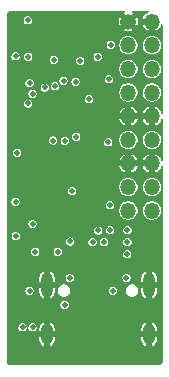
<source format=gbr>
%TF.GenerationSoftware,KiCad,Pcbnew,9.0.0*%
%TF.CreationDate,2025-06-10T15:00:40-04:00*%
%TF.ProjectId,aditBoard,61646974-426f-4617-9264-2e6b69636164,rev?*%
%TF.SameCoordinates,Original*%
%TF.FileFunction,Copper,L2,Inr*%
%TF.FilePolarity,Positive*%
%FSLAX46Y46*%
G04 Gerber Fmt 4.6, Leading zero omitted, Abs format (unit mm)*
G04 Created by KiCad (PCBNEW 9.0.0) date 2025-06-10 15:00:40*
%MOMM*%
%LPD*%
G01*
G04 APERTURE LIST*
%TA.AperFunction,ComponentPad*%
%ADD10C,1.350000*%
%TD*%
%TA.AperFunction,ComponentPad*%
%ADD11O,1.350000X1.350000*%
%TD*%
%TA.AperFunction,ComponentPad*%
%ADD12O,1.000000X2.100000*%
%TD*%
%TA.AperFunction,ComponentPad*%
%ADD13O,1.000000X1.800000*%
%TD*%
%TA.AperFunction,ViaPad*%
%ADD14C,0.500000*%
%TD*%
G04 APERTURE END LIST*
D10*
%TO.N,/GND*%
%TO.C,J2*%
X124635000Y-81725000D03*
D11*
X126635000Y-81725000D03*
%TO.N,/SDA*%
X124635000Y-83725000D03*
%TO.N,/SCL*%
X126635000Y-83725000D03*
%TO.N,/PLUG*%
X124635000Y-85725000D03*
%TO.N,/A2*%
X126635000Y-85725000D03*
%TO.N,/A1*%
X124635000Y-87725000D03*
%TO.N,/A0*%
X126635000Y-87725000D03*
%TO.N,/GND*%
X124635000Y-89725000D03*
X126635000Y-89725000D03*
%TO.N,/TXD*%
X124635000Y-91725000D03*
%TO.N,/RXD*%
X126635000Y-91725000D03*
%TO.N,/GND*%
X124635000Y-93725000D03*
X126635000Y-93725000D03*
%TO.N,/RST*%
X124635000Y-95725000D03*
%TO.N,/3V3*%
X126635000Y-95725000D03*
%TO.N,unconnected-(J2-Pin_17-Pad17)*%
X124635000Y-97725000D03*
%TO.N,unconnected-(J2-Pin_18-Pad18)*%
X126635000Y-97725000D03*
%TD*%
D12*
%TO.N,/GND*%
%TO.C,J1*%
X117755000Y-104000000D03*
D13*
X117755000Y-108180000D03*
D12*
X126395000Y-104000000D03*
D13*
X126395000Y-108180000D03*
%TD*%
D14*
%TO.N,/GND*%
X117850000Y-97350000D03*
%TO.N,/5V*%
X115675000Y-107600000D03*
%TO.N,/GND*%
X117700200Y-101280000D03*
X125292500Y-103450000D03*
X118875000Y-103425000D03*
%TO.N,/5V*%
X116750000Y-101200000D03*
X115100000Y-99875000D03*
X118650200Y-101202050D03*
X116525000Y-107600000D03*
%TO.N,Net-(U3-RUN)*%
X116275000Y-86925000D03*
X123150000Y-83675000D03*
%TO.N,/GND*%
X121025000Y-97100000D03*
%TO.N,Net-(R6-Pad2)*%
X123075000Y-97275000D03*
%TO.N,/GND*%
X126660000Y-100830000D03*
X114990000Y-94970000D03*
X116150000Y-83700000D03*
X118160000Y-82120000D03*
X117590000Y-88250000D03*
X122570000Y-101350000D03*
X119850000Y-90310000D03*
X120360000Y-83880000D03*
X115090000Y-97930000D03*
X115100000Y-100830000D03*
X122050000Y-83740000D03*
X123090000Y-98415000D03*
X115090000Y-83700000D03*
X122060000Y-81750000D03*
X125580000Y-99370000D03*
X115150000Y-81600000D03*
X117975000Y-90400000D03*
X119810000Y-88250000D03*
X115150000Y-82675000D03*
X121190000Y-94630000D03*
X125560000Y-101410000D03*
%TO.N,/3V3*%
X116150000Y-88650000D03*
X118260000Y-91790000D03*
X119150000Y-86725000D03*
X122930000Y-91930000D03*
X116525000Y-98850000D03*
X122570000Y-100390000D03*
X119870000Y-96070000D03*
X123090000Y-99375000D03*
X122050000Y-84700000D03*
X116160000Y-84700000D03*
X115090000Y-96970000D03*
X121300000Y-88300000D03*
X122090000Y-99405000D03*
X115220000Y-92830000D03*
X115090000Y-84660000D03*
%TO.N,/1V1*%
X116110000Y-81600000D03*
X119700000Y-100330000D03*
X121600000Y-100390000D03*
X119250000Y-91825000D03*
X118330000Y-84950000D03*
X118425000Y-87200000D03*
%TO.N,/5V*%
X124475000Y-103425000D03*
X119675000Y-103425000D03*
%TO.N,Net-(U1-DIN)*%
X116275000Y-104500000D03*
X120225000Y-91475000D03*
%TO.N,/A2*%
X124540000Y-101410000D03*
%TO.N,/A0*%
X124560000Y-99370000D03*
%TO.N,/A1*%
X124550000Y-100390000D03*
%TO.N,/SCL*%
X120170000Y-86820000D03*
%TO.N,/RST*%
X122990000Y-86600000D03*
%TO.N,/SDA*%
X120560000Y-85050000D03*
%TO.N,/SWCLK*%
X123325000Y-104500000D03*
X117550000Y-87300000D03*
%TO.N,/SWD*%
X119240000Y-105690000D03*
X116525000Y-87825000D03*
%TD*%
%TA.AperFunction,Conductor*%
%TO.N,/GND*%
G36*
X124368983Y-80865086D02*
G01*
X124383569Y-80900300D01*
X124368983Y-80935514D01*
X124352826Y-80946309D01*
X124251735Y-80988181D01*
X124251734Y-80988181D01*
X124588553Y-81325000D01*
X124582339Y-81325000D01*
X124480606Y-81352259D01*
X124389394Y-81404920D01*
X124314920Y-81479394D01*
X124262259Y-81570606D01*
X124235000Y-81672339D01*
X124235000Y-81678553D01*
X123898181Y-81341734D01*
X123898181Y-81341735D01*
X123839399Y-81483651D01*
X123839394Y-81483665D01*
X123807600Y-81643505D01*
X123807600Y-81806494D01*
X123839394Y-81966334D01*
X123839399Y-81966348D01*
X123898181Y-82108263D01*
X123898181Y-82108264D01*
X124235000Y-81771445D01*
X124235000Y-81777661D01*
X124262259Y-81879394D01*
X124314920Y-81970606D01*
X124389394Y-82045080D01*
X124480606Y-82097741D01*
X124582339Y-82125000D01*
X124588553Y-82125000D01*
X124251734Y-82461817D01*
X124393655Y-82520602D01*
X124393665Y-82520605D01*
X124553505Y-82552399D01*
X124553513Y-82552400D01*
X124716487Y-82552400D01*
X124716494Y-82552399D01*
X124876341Y-82520603D01*
X125018263Y-82461816D01*
X124681447Y-82125000D01*
X124687661Y-82125000D01*
X124789394Y-82097741D01*
X124880606Y-82045080D01*
X124955080Y-81970606D01*
X125007741Y-81879394D01*
X125035000Y-81777661D01*
X125035000Y-81771447D01*
X125371816Y-82108263D01*
X125430603Y-81966341D01*
X125431915Y-81959750D01*
X125462399Y-81806494D01*
X125462400Y-81806487D01*
X125462400Y-81643512D01*
X125462399Y-81643505D01*
X125430605Y-81483665D01*
X125430602Y-81483655D01*
X125371817Y-81341734D01*
X125035000Y-81678551D01*
X125035000Y-81672339D01*
X125007741Y-81570606D01*
X124955080Y-81479394D01*
X124880606Y-81404920D01*
X124789394Y-81352259D01*
X124687661Y-81325000D01*
X124681445Y-81325000D01*
X125018264Y-80988181D01*
X124917174Y-80946309D01*
X124890222Y-80919358D01*
X124890222Y-80881243D01*
X124917173Y-80854291D01*
X124936231Y-80850500D01*
X126333770Y-80850500D01*
X126368984Y-80865086D01*
X126383570Y-80900300D01*
X126368984Y-80935514D01*
X126352827Y-80946309D01*
X126243082Y-80991765D01*
X126243080Y-80991767D01*
X126107567Y-81082313D01*
X126107565Y-81082316D01*
X125992316Y-81197565D01*
X125992313Y-81197567D01*
X125901767Y-81333079D01*
X125842982Y-81475000D01*
X126319314Y-81475000D01*
X126314920Y-81479394D01*
X126262259Y-81570606D01*
X126235000Y-81672339D01*
X126235000Y-81777661D01*
X126262259Y-81879394D01*
X126314920Y-81970606D01*
X126319314Y-81975000D01*
X125842982Y-81975000D01*
X125901767Y-82116920D01*
X125992313Y-82252432D01*
X126107567Y-82367686D01*
X126243080Y-82458232D01*
X126243079Y-82458232D01*
X126385000Y-82517017D01*
X126385000Y-82040686D01*
X126389394Y-82045080D01*
X126480606Y-82097741D01*
X126582339Y-82125000D01*
X126687661Y-82125000D01*
X126789394Y-82097741D01*
X126880606Y-82045080D01*
X126885000Y-82040686D01*
X126885000Y-82517016D01*
X127026920Y-82458232D01*
X127162432Y-82367686D01*
X127162435Y-82367684D01*
X127277684Y-82252435D01*
X127277686Y-82252432D01*
X127368232Y-82116919D01*
X127368234Y-82116917D01*
X127430600Y-81966348D01*
X127430605Y-81966334D01*
X127430857Y-81965069D01*
X127431099Y-81964706D01*
X127431315Y-81963996D01*
X127431530Y-81964061D01*
X127452033Y-81933377D01*
X127489415Y-81925941D01*
X127521107Y-81947117D01*
X127529500Y-81974784D01*
X127529500Y-89475215D01*
X127514914Y-89510429D01*
X127479700Y-89525015D01*
X127444486Y-89510429D01*
X127431413Y-89485974D01*
X127431315Y-89486004D01*
X127431164Y-89485508D01*
X127430857Y-89484933D01*
X127430603Y-89483661D01*
X127430600Y-89483651D01*
X127368234Y-89333082D01*
X127368232Y-89333080D01*
X127277686Y-89197567D01*
X127162432Y-89082313D01*
X127026919Y-88991767D01*
X127026920Y-88991767D01*
X126885000Y-88932981D01*
X126885000Y-89409314D01*
X126880606Y-89404920D01*
X126789394Y-89352259D01*
X126687661Y-89325000D01*
X126582339Y-89325000D01*
X126480606Y-89352259D01*
X126389394Y-89404920D01*
X126385000Y-89409314D01*
X126385000Y-88932981D01*
X126243079Y-88991767D01*
X126107567Y-89082313D01*
X126107565Y-89082316D01*
X125992316Y-89197565D01*
X125992313Y-89197567D01*
X125901767Y-89333079D01*
X125842982Y-89475000D01*
X126319314Y-89475000D01*
X126314920Y-89479394D01*
X126262259Y-89570606D01*
X126235000Y-89672339D01*
X126235000Y-89777661D01*
X126262259Y-89879394D01*
X126314920Y-89970606D01*
X126319314Y-89975000D01*
X125842982Y-89975000D01*
X125901767Y-90116920D01*
X125992313Y-90252432D01*
X126107567Y-90367686D01*
X126243080Y-90458232D01*
X126243079Y-90458232D01*
X126385000Y-90517017D01*
X126385000Y-90040686D01*
X126389394Y-90045080D01*
X126480606Y-90097741D01*
X126582339Y-90125000D01*
X126687661Y-90125000D01*
X126789394Y-90097741D01*
X126880606Y-90045080D01*
X126885000Y-90040686D01*
X126885000Y-90517016D01*
X127026920Y-90458232D01*
X127162432Y-90367686D01*
X127162435Y-90367684D01*
X127277684Y-90252435D01*
X127277686Y-90252432D01*
X127368232Y-90116919D01*
X127368234Y-90116917D01*
X127430600Y-89966348D01*
X127430605Y-89966334D01*
X127430857Y-89965069D01*
X127431099Y-89964706D01*
X127431315Y-89963996D01*
X127431530Y-89964061D01*
X127452033Y-89933377D01*
X127489415Y-89925941D01*
X127521107Y-89947117D01*
X127529500Y-89974784D01*
X127529500Y-93475215D01*
X127514914Y-93510429D01*
X127479700Y-93525015D01*
X127444486Y-93510429D01*
X127431413Y-93485974D01*
X127431315Y-93486004D01*
X127431164Y-93485508D01*
X127430857Y-93484933D01*
X127430603Y-93483661D01*
X127430600Y-93483651D01*
X127368234Y-93333082D01*
X127368232Y-93333080D01*
X127277686Y-93197567D01*
X127162432Y-93082313D01*
X127026919Y-92991767D01*
X127026920Y-92991767D01*
X126885000Y-92932981D01*
X126885000Y-93409314D01*
X126880606Y-93404920D01*
X126789394Y-93352259D01*
X126687661Y-93325000D01*
X126582339Y-93325000D01*
X126480606Y-93352259D01*
X126389394Y-93404920D01*
X126385000Y-93409314D01*
X126385000Y-92932981D01*
X126243079Y-92991767D01*
X126107567Y-93082313D01*
X126107565Y-93082316D01*
X125992316Y-93197565D01*
X125992313Y-93197567D01*
X125901767Y-93333079D01*
X125842982Y-93475000D01*
X126319314Y-93475000D01*
X126314920Y-93479394D01*
X126262259Y-93570606D01*
X126235000Y-93672339D01*
X126235000Y-93777661D01*
X126262259Y-93879394D01*
X126314920Y-93970606D01*
X126319314Y-93975000D01*
X125842982Y-93975000D01*
X125901767Y-94116920D01*
X125992313Y-94252432D01*
X126107567Y-94367686D01*
X126243080Y-94458232D01*
X126243079Y-94458232D01*
X126385000Y-94517017D01*
X126385000Y-94040686D01*
X126389394Y-94045080D01*
X126480606Y-94097741D01*
X126582339Y-94125000D01*
X126687661Y-94125000D01*
X126789394Y-94097741D01*
X126880606Y-94045080D01*
X126885000Y-94040686D01*
X126885000Y-94517016D01*
X127026920Y-94458232D01*
X127162432Y-94367686D01*
X127162435Y-94367684D01*
X127277684Y-94252435D01*
X127277686Y-94252432D01*
X127368232Y-94116919D01*
X127368234Y-94116917D01*
X127430600Y-93966348D01*
X127430605Y-93966334D01*
X127430857Y-93965069D01*
X127431099Y-93964706D01*
X127431315Y-93963996D01*
X127431530Y-93964061D01*
X127452033Y-93933377D01*
X127489415Y-93925941D01*
X127521107Y-93947117D01*
X127529500Y-93974784D01*
X127529500Y-110546080D01*
X127528887Y-110553870D01*
X127518970Y-110616483D01*
X127515791Y-110627754D01*
X127511477Y-110638167D01*
X127509841Y-110641714D01*
X127485431Y-110689622D01*
X127476273Y-110702228D01*
X127432228Y-110746273D01*
X127419623Y-110755430D01*
X127419622Y-110755431D01*
X127371714Y-110779841D01*
X127368167Y-110781477D01*
X127357754Y-110785791D01*
X127346483Y-110788970D01*
X127283870Y-110798887D01*
X127276080Y-110799500D01*
X114613920Y-110799500D01*
X114606130Y-110798887D01*
X114543515Y-110788970D01*
X114532243Y-110785790D01*
X114521836Y-110781478D01*
X114518290Y-110779843D01*
X114470376Y-110755430D01*
X114457770Y-110746272D01*
X114413726Y-110702228D01*
X114404568Y-110689623D01*
X114380146Y-110641693D01*
X114378522Y-110638167D01*
X114374205Y-110627747D01*
X114371029Y-110616483D01*
X114366783Y-110589675D01*
X114361113Y-110553870D01*
X114360500Y-110546080D01*
X114360500Y-107553643D01*
X115322900Y-107553643D01*
X115322900Y-107646356D01*
X115346893Y-107735900D01*
X115346894Y-107735902D01*
X115346895Y-107735905D01*
X115393250Y-107816194D01*
X115458806Y-107881750D01*
X115539095Y-107928105D01*
X115628645Y-107952100D01*
X115721355Y-107952100D01*
X115810905Y-107928105D01*
X115891194Y-107881750D01*
X115956750Y-107816194D01*
X116003105Y-107735905D01*
X116027100Y-107646355D01*
X116027100Y-107553645D01*
X116027099Y-107553643D01*
X116172900Y-107553643D01*
X116172900Y-107646356D01*
X116196893Y-107735900D01*
X116196894Y-107735902D01*
X116196895Y-107735905D01*
X116243250Y-107816194D01*
X116308806Y-107881750D01*
X116389095Y-107928105D01*
X116478645Y-107952100D01*
X116571355Y-107952100D01*
X116660905Y-107928105D01*
X116741194Y-107881750D01*
X116806750Y-107816194D01*
X116853105Y-107735905D01*
X116858508Y-107715741D01*
X117102600Y-107715741D01*
X117102600Y-107930000D01*
X117455000Y-107930000D01*
X117455000Y-108430000D01*
X117102600Y-108430000D01*
X117102600Y-108644258D01*
X117127668Y-108770288D01*
X117127673Y-108770302D01*
X117176848Y-108889023D01*
X117176849Y-108889025D01*
X117248244Y-108995877D01*
X117339122Y-109086755D01*
X117445974Y-109158150D01*
X117445976Y-109158151D01*
X117504998Y-109182599D01*
X117505000Y-109182598D01*
X117505000Y-108746988D01*
X117514940Y-108764205D01*
X117570795Y-108820060D01*
X117639204Y-108859556D01*
X117715504Y-108880000D01*
X117794496Y-108880000D01*
X117870796Y-108859556D01*
X117939205Y-108820060D01*
X117995060Y-108764205D01*
X118005000Y-108746988D01*
X118005000Y-109182598D01*
X118005001Y-109182599D01*
X118064023Y-109158151D01*
X118064025Y-109158150D01*
X118170877Y-109086755D01*
X118170880Y-109086753D01*
X118261753Y-108995880D01*
X118261755Y-108995877D01*
X118333150Y-108889025D01*
X118333151Y-108889023D01*
X118382326Y-108770302D01*
X118382331Y-108770288D01*
X118407399Y-108644258D01*
X118407400Y-108644252D01*
X118407400Y-108430000D01*
X118055000Y-108430000D01*
X118055000Y-107930000D01*
X118407400Y-107930000D01*
X118407400Y-107715748D01*
X118407399Y-107715741D01*
X125742600Y-107715741D01*
X125742600Y-107930000D01*
X126095000Y-107930000D01*
X126095000Y-108430000D01*
X125742600Y-108430000D01*
X125742600Y-108644258D01*
X125767668Y-108770288D01*
X125767673Y-108770302D01*
X125816848Y-108889023D01*
X125816849Y-108889025D01*
X125888244Y-108995877D01*
X125979122Y-109086755D01*
X126085974Y-109158150D01*
X126085976Y-109158151D01*
X126144998Y-109182599D01*
X126145000Y-109182598D01*
X126145000Y-108746988D01*
X126154940Y-108764205D01*
X126210795Y-108820060D01*
X126279204Y-108859556D01*
X126355504Y-108880000D01*
X126434496Y-108880000D01*
X126510796Y-108859556D01*
X126579205Y-108820060D01*
X126635060Y-108764205D01*
X126645000Y-108746988D01*
X126645000Y-109182598D01*
X126645001Y-109182599D01*
X126704023Y-109158151D01*
X126704025Y-109158150D01*
X126810877Y-109086755D01*
X126810880Y-109086753D01*
X126901753Y-108995880D01*
X126901755Y-108995877D01*
X126973150Y-108889025D01*
X126973151Y-108889023D01*
X127022326Y-108770302D01*
X127022331Y-108770288D01*
X127047399Y-108644258D01*
X127047400Y-108644252D01*
X127047400Y-108430000D01*
X126695000Y-108430000D01*
X126695000Y-107930000D01*
X127047400Y-107930000D01*
X127047400Y-107715748D01*
X127047399Y-107715741D01*
X127022331Y-107589711D01*
X127022326Y-107589697D01*
X126973151Y-107470976D01*
X126973150Y-107470974D01*
X126901755Y-107364122D01*
X126810877Y-107273244D01*
X126704025Y-107201849D01*
X126704026Y-107201849D01*
X126645000Y-107177399D01*
X126645000Y-107613011D01*
X126635060Y-107595795D01*
X126579205Y-107539940D01*
X126510796Y-107500444D01*
X126434496Y-107480000D01*
X126355504Y-107480000D01*
X126279204Y-107500444D01*
X126210795Y-107539940D01*
X126154940Y-107595795D01*
X126145000Y-107613011D01*
X126145000Y-107177399D01*
X126085973Y-107201849D01*
X125979122Y-107273244D01*
X125979120Y-107273247D01*
X125888247Y-107364120D01*
X125888244Y-107364122D01*
X125816849Y-107470974D01*
X125816848Y-107470976D01*
X125767673Y-107589697D01*
X125767668Y-107589711D01*
X125742600Y-107715741D01*
X118407399Y-107715741D01*
X118382331Y-107589711D01*
X118382326Y-107589697D01*
X118333151Y-107470976D01*
X118333150Y-107470974D01*
X118261755Y-107364122D01*
X118170877Y-107273244D01*
X118064025Y-107201849D01*
X118064026Y-107201849D01*
X118005000Y-107177399D01*
X118005000Y-107613011D01*
X117995060Y-107595795D01*
X117939205Y-107539940D01*
X117870796Y-107500444D01*
X117794496Y-107480000D01*
X117715504Y-107480000D01*
X117639204Y-107500444D01*
X117570795Y-107539940D01*
X117514940Y-107595795D01*
X117505000Y-107613011D01*
X117505000Y-107177399D01*
X117445973Y-107201849D01*
X117339122Y-107273244D01*
X117339120Y-107273247D01*
X117248247Y-107364120D01*
X117248244Y-107364122D01*
X117176849Y-107470974D01*
X117176848Y-107470976D01*
X117127673Y-107589697D01*
X117127668Y-107589711D01*
X117102600Y-107715741D01*
X116858508Y-107715741D01*
X116877100Y-107646355D01*
X116877100Y-107553645D01*
X116853105Y-107464095D01*
X116806750Y-107383806D01*
X116741194Y-107318250D01*
X116741193Y-107318249D01*
X116692057Y-107289881D01*
X116660905Y-107271895D01*
X116660902Y-107271894D01*
X116660900Y-107271893D01*
X116571356Y-107247900D01*
X116571355Y-107247900D01*
X116478645Y-107247900D01*
X116478643Y-107247900D01*
X116389099Y-107271893D01*
X116389091Y-107271897D01*
X116308806Y-107318249D01*
X116243249Y-107383806D01*
X116196897Y-107464091D01*
X116196893Y-107464099D01*
X116172900Y-107553643D01*
X116027099Y-107553643D01*
X116003105Y-107464095D01*
X115956750Y-107383806D01*
X115891194Y-107318250D01*
X115891193Y-107318249D01*
X115842057Y-107289881D01*
X115810905Y-107271895D01*
X115810902Y-107271894D01*
X115810900Y-107271893D01*
X115721356Y-107247900D01*
X115721355Y-107247900D01*
X115628645Y-107247900D01*
X115628643Y-107247900D01*
X115539099Y-107271893D01*
X115539091Y-107271897D01*
X115458806Y-107318249D01*
X115393249Y-107383806D01*
X115346897Y-107464091D01*
X115346893Y-107464099D01*
X115322900Y-107553643D01*
X114360500Y-107553643D01*
X114360500Y-105643643D01*
X118887900Y-105643643D01*
X118887900Y-105736356D01*
X118911893Y-105825900D01*
X118911894Y-105825902D01*
X118911895Y-105825905D01*
X118958250Y-105906194D01*
X119023806Y-105971750D01*
X119104095Y-106018105D01*
X119193645Y-106042100D01*
X119286355Y-106042100D01*
X119375905Y-106018105D01*
X119456194Y-105971750D01*
X119521750Y-105906194D01*
X119568105Y-105825905D01*
X119592100Y-105736355D01*
X119592100Y-105643645D01*
X119568105Y-105554095D01*
X119521750Y-105473806D01*
X119456194Y-105408250D01*
X119456193Y-105408249D01*
X119375908Y-105361897D01*
X119375905Y-105361895D01*
X119375902Y-105361894D01*
X119375900Y-105361893D01*
X119286356Y-105337900D01*
X119286355Y-105337900D01*
X119193645Y-105337900D01*
X119193643Y-105337900D01*
X119104099Y-105361893D01*
X119104091Y-105361897D01*
X119023806Y-105408249D01*
X118958249Y-105473806D01*
X118911897Y-105554091D01*
X118911893Y-105554099D01*
X118887900Y-105643643D01*
X114360500Y-105643643D01*
X114360500Y-104453643D01*
X115922900Y-104453643D01*
X115922900Y-104546356D01*
X115946893Y-104635900D01*
X115946897Y-104635908D01*
X115985537Y-104702836D01*
X115993250Y-104716194D01*
X116058806Y-104781750D01*
X116139095Y-104828105D01*
X116228645Y-104852100D01*
X116321355Y-104852100D01*
X116410905Y-104828105D01*
X116491194Y-104781750D01*
X116556750Y-104716194D01*
X116603105Y-104635905D01*
X116627100Y-104546355D01*
X116627100Y-104453645D01*
X116603105Y-104364095D01*
X116556750Y-104283806D01*
X116491194Y-104218250D01*
X116491193Y-104218249D01*
X116410908Y-104171897D01*
X116410905Y-104171895D01*
X116410902Y-104171894D01*
X116410900Y-104171893D01*
X116321356Y-104147900D01*
X116321355Y-104147900D01*
X116228645Y-104147900D01*
X116228643Y-104147900D01*
X116139099Y-104171893D01*
X116139091Y-104171897D01*
X116058806Y-104218249D01*
X115993249Y-104283806D01*
X115946897Y-104364091D01*
X115946893Y-104364099D01*
X115922900Y-104453643D01*
X114360500Y-104453643D01*
X114360500Y-103385741D01*
X117102600Y-103385741D01*
X117102600Y-103750000D01*
X117455000Y-103750000D01*
X117455000Y-104250000D01*
X117102600Y-104250000D01*
X117102600Y-104614258D01*
X117127668Y-104740288D01*
X117127673Y-104740302D01*
X117176848Y-104859023D01*
X117176849Y-104859025D01*
X117248244Y-104965877D01*
X117339122Y-105056755D01*
X117445974Y-105128150D01*
X117445976Y-105128151D01*
X117504998Y-105152599D01*
X117505000Y-105152598D01*
X117505000Y-104716988D01*
X117514940Y-104734205D01*
X117570795Y-104790060D01*
X117639204Y-104829556D01*
X117715504Y-104850000D01*
X117794496Y-104850000D01*
X117870796Y-104829556D01*
X117939205Y-104790060D01*
X117995060Y-104734205D01*
X118005000Y-104716988D01*
X118005000Y-105152598D01*
X118005001Y-105152599D01*
X118064023Y-105128151D01*
X118064025Y-105128150D01*
X118170877Y-105056755D01*
X118170880Y-105056753D01*
X118261753Y-104965880D01*
X118261755Y-104965877D01*
X118333150Y-104859025D01*
X118333151Y-104859023D01*
X118382326Y-104740302D01*
X118382331Y-104740288D01*
X118407399Y-104614258D01*
X118407400Y-104614252D01*
X118407400Y-104430815D01*
X118659500Y-104430815D01*
X118659500Y-104569184D01*
X118695310Y-104702831D01*
X118695314Y-104702839D01*
X118745670Y-104790060D01*
X118764495Y-104822665D01*
X118862335Y-104920505D01*
X118982164Y-104989688D01*
X119115817Y-105025500D01*
X119254183Y-105025500D01*
X119387836Y-104989688D01*
X119507665Y-104920505D01*
X119605505Y-104822665D01*
X119674688Y-104702836D01*
X119710500Y-104569183D01*
X119710500Y-104453643D01*
X122972900Y-104453643D01*
X122972900Y-104546356D01*
X122996893Y-104635900D01*
X122996897Y-104635908D01*
X123035537Y-104702836D01*
X123043250Y-104716194D01*
X123108806Y-104781750D01*
X123189095Y-104828105D01*
X123278645Y-104852100D01*
X123371355Y-104852100D01*
X123460905Y-104828105D01*
X123541194Y-104781750D01*
X123606750Y-104716194D01*
X123653105Y-104635905D01*
X123677100Y-104546355D01*
X123677100Y-104453645D01*
X123670983Y-104430815D01*
X124439500Y-104430815D01*
X124439500Y-104569184D01*
X124475310Y-104702831D01*
X124475314Y-104702839D01*
X124525670Y-104790060D01*
X124544495Y-104822665D01*
X124642335Y-104920505D01*
X124762164Y-104989688D01*
X124895817Y-105025500D01*
X125034183Y-105025500D01*
X125167836Y-104989688D01*
X125287665Y-104920505D01*
X125385505Y-104822665D01*
X125454688Y-104702836D01*
X125490500Y-104569183D01*
X125490500Y-104430817D01*
X125454688Y-104297164D01*
X125385505Y-104177335D01*
X125287665Y-104079495D01*
X125287664Y-104079494D01*
X125167839Y-104010314D01*
X125167836Y-104010312D01*
X125167833Y-104010311D01*
X125167831Y-104010310D01*
X125034184Y-103974500D01*
X125034183Y-103974500D01*
X124895817Y-103974500D01*
X124895815Y-103974500D01*
X124762168Y-104010310D01*
X124762160Y-104010314D01*
X124642335Y-104079494D01*
X124544494Y-104177335D01*
X124475314Y-104297160D01*
X124475310Y-104297168D01*
X124439500Y-104430815D01*
X123670983Y-104430815D01*
X123653105Y-104364095D01*
X123606750Y-104283806D01*
X123541194Y-104218250D01*
X123541193Y-104218249D01*
X123460908Y-104171897D01*
X123460905Y-104171895D01*
X123460902Y-104171894D01*
X123460900Y-104171893D01*
X123371356Y-104147900D01*
X123371355Y-104147900D01*
X123278645Y-104147900D01*
X123278643Y-104147900D01*
X123189099Y-104171893D01*
X123189091Y-104171897D01*
X123108806Y-104218249D01*
X123043249Y-104283806D01*
X122996897Y-104364091D01*
X122996893Y-104364099D01*
X122972900Y-104453643D01*
X119710500Y-104453643D01*
X119710500Y-104430817D01*
X119674688Y-104297164D01*
X119605505Y-104177335D01*
X119507665Y-104079495D01*
X119507664Y-104079494D01*
X119387839Y-104010314D01*
X119387836Y-104010312D01*
X119387833Y-104010311D01*
X119387831Y-104010310D01*
X119254184Y-103974500D01*
X119254183Y-103974500D01*
X119115817Y-103974500D01*
X119115815Y-103974500D01*
X118982168Y-104010310D01*
X118982160Y-104010314D01*
X118862335Y-104079494D01*
X118764494Y-104177335D01*
X118695314Y-104297160D01*
X118695310Y-104297168D01*
X118659500Y-104430815D01*
X118407400Y-104430815D01*
X118407400Y-104250000D01*
X118055000Y-104250000D01*
X118055000Y-103750000D01*
X118407400Y-103750000D01*
X118407400Y-103385748D01*
X118407399Y-103385739D01*
X118407271Y-103385095D01*
X118405988Y-103378643D01*
X119322900Y-103378643D01*
X119322900Y-103471356D01*
X119346893Y-103560900D01*
X119346894Y-103560902D01*
X119346895Y-103560905D01*
X119393250Y-103641194D01*
X119458806Y-103706750D01*
X119539095Y-103753105D01*
X119628645Y-103777100D01*
X119721355Y-103777100D01*
X119810905Y-103753105D01*
X119891194Y-103706750D01*
X119956750Y-103641194D01*
X120003105Y-103560905D01*
X120027100Y-103471355D01*
X120027100Y-103378645D01*
X120027099Y-103378643D01*
X124122900Y-103378643D01*
X124122900Y-103471356D01*
X124146893Y-103560900D01*
X124146894Y-103560902D01*
X124146895Y-103560905D01*
X124193250Y-103641194D01*
X124258806Y-103706750D01*
X124339095Y-103753105D01*
X124428645Y-103777100D01*
X124521355Y-103777100D01*
X124610905Y-103753105D01*
X124691194Y-103706750D01*
X124756750Y-103641194D01*
X124803105Y-103560905D01*
X124827100Y-103471355D01*
X124827100Y-103385741D01*
X125742600Y-103385741D01*
X125742600Y-103750000D01*
X126095000Y-103750000D01*
X126095000Y-104250000D01*
X125742600Y-104250000D01*
X125742600Y-104614258D01*
X125767668Y-104740288D01*
X125767673Y-104740302D01*
X125816848Y-104859023D01*
X125816849Y-104859025D01*
X125888244Y-104965877D01*
X125979122Y-105056755D01*
X126085974Y-105128150D01*
X126085976Y-105128151D01*
X126144998Y-105152599D01*
X126145000Y-105152598D01*
X126145000Y-104716988D01*
X126154940Y-104734205D01*
X126210795Y-104790060D01*
X126279204Y-104829556D01*
X126355504Y-104850000D01*
X126434496Y-104850000D01*
X126510796Y-104829556D01*
X126579205Y-104790060D01*
X126635060Y-104734205D01*
X126645000Y-104716988D01*
X126645000Y-105152598D01*
X126645001Y-105152599D01*
X126704023Y-105128151D01*
X126704025Y-105128150D01*
X126810877Y-105056755D01*
X126810880Y-105056753D01*
X126901753Y-104965880D01*
X126901755Y-104965877D01*
X126973150Y-104859025D01*
X126973151Y-104859023D01*
X127022326Y-104740302D01*
X127022331Y-104740288D01*
X127047399Y-104614258D01*
X127047400Y-104614252D01*
X127047400Y-104250000D01*
X126695000Y-104250000D01*
X126695000Y-103750000D01*
X127047400Y-103750000D01*
X127047400Y-103385748D01*
X127047399Y-103385741D01*
X127022331Y-103259711D01*
X127022326Y-103259697D01*
X126973151Y-103140976D01*
X126973150Y-103140974D01*
X126901755Y-103034122D01*
X126810877Y-102943244D01*
X126704025Y-102871849D01*
X126704026Y-102871849D01*
X126645000Y-102847399D01*
X126645000Y-103283011D01*
X126635060Y-103265795D01*
X126579205Y-103209940D01*
X126510796Y-103170444D01*
X126434496Y-103150000D01*
X126355504Y-103150000D01*
X126279204Y-103170444D01*
X126210795Y-103209940D01*
X126154940Y-103265795D01*
X126145000Y-103283011D01*
X126145000Y-102847399D01*
X126085973Y-102871849D01*
X125979122Y-102943244D01*
X125979120Y-102943247D01*
X125888247Y-103034120D01*
X125888244Y-103034122D01*
X125816849Y-103140974D01*
X125816848Y-103140976D01*
X125767673Y-103259697D01*
X125767668Y-103259711D01*
X125742600Y-103385741D01*
X124827100Y-103385741D01*
X124827100Y-103378645D01*
X124803105Y-103289095D01*
X124756750Y-103208806D01*
X124691194Y-103143250D01*
X124691193Y-103143249D01*
X124610908Y-103096897D01*
X124610905Y-103096895D01*
X124610902Y-103096894D01*
X124610900Y-103096893D01*
X124521356Y-103072900D01*
X124521355Y-103072900D01*
X124428645Y-103072900D01*
X124428643Y-103072900D01*
X124339099Y-103096893D01*
X124339091Y-103096897D01*
X124258806Y-103143249D01*
X124193249Y-103208806D01*
X124146897Y-103289091D01*
X124146893Y-103289099D01*
X124122900Y-103378643D01*
X120027099Y-103378643D01*
X120003105Y-103289095D01*
X119956750Y-103208806D01*
X119891194Y-103143250D01*
X119891193Y-103143249D01*
X119810908Y-103096897D01*
X119810905Y-103096895D01*
X119810902Y-103096894D01*
X119810900Y-103096893D01*
X119721356Y-103072900D01*
X119721355Y-103072900D01*
X119628645Y-103072900D01*
X119628643Y-103072900D01*
X119539099Y-103096893D01*
X119539091Y-103096897D01*
X119458806Y-103143249D01*
X119393249Y-103208806D01*
X119346897Y-103289091D01*
X119346893Y-103289099D01*
X119322900Y-103378643D01*
X118405988Y-103378643D01*
X118382331Y-103259711D01*
X118382326Y-103259697D01*
X118333151Y-103140976D01*
X118333150Y-103140974D01*
X118261755Y-103034122D01*
X118170877Y-102943244D01*
X118064025Y-102871849D01*
X118064026Y-102871849D01*
X118005000Y-102847399D01*
X118005000Y-103283011D01*
X117995060Y-103265795D01*
X117939205Y-103209940D01*
X117870796Y-103170444D01*
X117794496Y-103150000D01*
X117715504Y-103150000D01*
X117639204Y-103170444D01*
X117570795Y-103209940D01*
X117514940Y-103265795D01*
X117505000Y-103283011D01*
X117505000Y-102847399D01*
X117445973Y-102871849D01*
X117339122Y-102943244D01*
X117339120Y-102943247D01*
X117248247Y-103034120D01*
X117248244Y-103034122D01*
X117176849Y-103140974D01*
X117176848Y-103140976D01*
X117127673Y-103259697D01*
X117127668Y-103259711D01*
X117102600Y-103385741D01*
X114360500Y-103385741D01*
X114360500Y-101153643D01*
X116397900Y-101153643D01*
X116397900Y-101246356D01*
X116421893Y-101335900D01*
X116421894Y-101335902D01*
X116421895Y-101335905D01*
X116468250Y-101416194D01*
X116533806Y-101481750D01*
X116614095Y-101528105D01*
X116703645Y-101552100D01*
X116796355Y-101552100D01*
X116885905Y-101528105D01*
X116966194Y-101481750D01*
X117031750Y-101416194D01*
X117078105Y-101335905D01*
X117102100Y-101246355D01*
X117102100Y-101155693D01*
X118298100Y-101155693D01*
X118298100Y-101248406D01*
X118322093Y-101337950D01*
X118322094Y-101337952D01*
X118322095Y-101337955D01*
X118322097Y-101337958D01*
X118367265Y-101416193D01*
X118368450Y-101418244D01*
X118434006Y-101483800D01*
X118514295Y-101530155D01*
X118603845Y-101554150D01*
X118696555Y-101554150D01*
X118786105Y-101530155D01*
X118866394Y-101483800D01*
X118931950Y-101418244D01*
X118963474Y-101363643D01*
X124187900Y-101363643D01*
X124187900Y-101456356D01*
X124211893Y-101545900D01*
X124211894Y-101545902D01*
X124211895Y-101545905D01*
X124258250Y-101626194D01*
X124323806Y-101691750D01*
X124404095Y-101738105D01*
X124493645Y-101762100D01*
X124586355Y-101762100D01*
X124675905Y-101738105D01*
X124756194Y-101691750D01*
X124821750Y-101626194D01*
X124868105Y-101545905D01*
X124892100Y-101456355D01*
X124892100Y-101363645D01*
X124868105Y-101274095D01*
X124821750Y-101193806D01*
X124756194Y-101128250D01*
X124756193Y-101128249D01*
X124675908Y-101081897D01*
X124675905Y-101081895D01*
X124675902Y-101081894D01*
X124675900Y-101081893D01*
X124586356Y-101057900D01*
X124586355Y-101057900D01*
X124493645Y-101057900D01*
X124493643Y-101057900D01*
X124404099Y-101081893D01*
X124404091Y-101081897D01*
X124323806Y-101128249D01*
X124258249Y-101193806D01*
X124211897Y-101274091D01*
X124211893Y-101274099D01*
X124187900Y-101363643D01*
X118963474Y-101363643D01*
X118978305Y-101337955D01*
X119002300Y-101248405D01*
X119002300Y-101155695D01*
X118978305Y-101066145D01*
X118931950Y-100985856D01*
X118866394Y-100920300D01*
X118866393Y-100920299D01*
X118786108Y-100873947D01*
X118786105Y-100873945D01*
X118786102Y-100873944D01*
X118786100Y-100873943D01*
X118696556Y-100849950D01*
X118696555Y-100849950D01*
X118603845Y-100849950D01*
X118603843Y-100849950D01*
X118514299Y-100873943D01*
X118514291Y-100873947D01*
X118434006Y-100920299D01*
X118368449Y-100985856D01*
X118322097Y-101066141D01*
X118322093Y-101066149D01*
X118298100Y-101155693D01*
X117102100Y-101155693D01*
X117102100Y-101153645D01*
X117078105Y-101064095D01*
X117031750Y-100983806D01*
X116966194Y-100918250D01*
X116966193Y-100918249D01*
X116889459Y-100873947D01*
X116885905Y-100871895D01*
X116885902Y-100871894D01*
X116885900Y-100871893D01*
X116796356Y-100847900D01*
X116796355Y-100847900D01*
X116703645Y-100847900D01*
X116703643Y-100847900D01*
X116614099Y-100871893D01*
X116614091Y-100871897D01*
X116533806Y-100918249D01*
X116468249Y-100983806D01*
X116421897Y-101064091D01*
X116421893Y-101064099D01*
X116397900Y-101153643D01*
X114360500Y-101153643D01*
X114360500Y-100283643D01*
X119347900Y-100283643D01*
X119347900Y-100376356D01*
X119371893Y-100465900D01*
X119371894Y-100465902D01*
X119371895Y-100465905D01*
X119418250Y-100546194D01*
X119483806Y-100611750D01*
X119564095Y-100658105D01*
X119653645Y-100682100D01*
X119746355Y-100682100D01*
X119835905Y-100658105D01*
X119916194Y-100611750D01*
X119981750Y-100546194D01*
X120028105Y-100465905D01*
X120052100Y-100376355D01*
X120052100Y-100343643D01*
X121247900Y-100343643D01*
X121247900Y-100436356D01*
X121271893Y-100525900D01*
X121271894Y-100525902D01*
X121271895Y-100525905D01*
X121318250Y-100606194D01*
X121383806Y-100671750D01*
X121464095Y-100718105D01*
X121553645Y-100742100D01*
X121646355Y-100742100D01*
X121735905Y-100718105D01*
X121816194Y-100671750D01*
X121881750Y-100606194D01*
X121928105Y-100525905D01*
X121952100Y-100436355D01*
X121952100Y-100343645D01*
X121952099Y-100343643D01*
X122217900Y-100343643D01*
X122217900Y-100436356D01*
X122241893Y-100525900D01*
X122241894Y-100525902D01*
X122241895Y-100525905D01*
X122288250Y-100606194D01*
X122353806Y-100671750D01*
X122434095Y-100718105D01*
X122523645Y-100742100D01*
X122616355Y-100742100D01*
X122705905Y-100718105D01*
X122786194Y-100671750D01*
X122851750Y-100606194D01*
X122898105Y-100525905D01*
X122922100Y-100436355D01*
X122922100Y-100343645D01*
X122922099Y-100343643D01*
X124197900Y-100343643D01*
X124197900Y-100436356D01*
X124221893Y-100525900D01*
X124221894Y-100525902D01*
X124221895Y-100525905D01*
X124268250Y-100606194D01*
X124333806Y-100671750D01*
X124414095Y-100718105D01*
X124503645Y-100742100D01*
X124596355Y-100742100D01*
X124685905Y-100718105D01*
X124766194Y-100671750D01*
X124831750Y-100606194D01*
X124878105Y-100525905D01*
X124902100Y-100436355D01*
X124902100Y-100343645D01*
X124878105Y-100254095D01*
X124831750Y-100173806D01*
X124766194Y-100108250D01*
X124766193Y-100108249D01*
X124685908Y-100061897D01*
X124685905Y-100061895D01*
X124685902Y-100061894D01*
X124685900Y-100061893D01*
X124596356Y-100037900D01*
X124596355Y-100037900D01*
X124503645Y-100037900D01*
X124503643Y-100037900D01*
X124414099Y-100061893D01*
X124414091Y-100061897D01*
X124333806Y-100108249D01*
X124268249Y-100173806D01*
X124221897Y-100254091D01*
X124221893Y-100254099D01*
X124197900Y-100343643D01*
X122922099Y-100343643D01*
X122898105Y-100254095D01*
X122851750Y-100173806D01*
X122786194Y-100108250D01*
X122786193Y-100108249D01*
X122705908Y-100061897D01*
X122705905Y-100061895D01*
X122705902Y-100061894D01*
X122705900Y-100061893D01*
X122616356Y-100037900D01*
X122616355Y-100037900D01*
X122523645Y-100037900D01*
X122523643Y-100037900D01*
X122434099Y-100061893D01*
X122434091Y-100061897D01*
X122353806Y-100108249D01*
X122288249Y-100173806D01*
X122241897Y-100254091D01*
X122241893Y-100254099D01*
X122217900Y-100343643D01*
X121952099Y-100343643D01*
X121928105Y-100254095D01*
X121881750Y-100173806D01*
X121816194Y-100108250D01*
X121816193Y-100108249D01*
X121735908Y-100061897D01*
X121735905Y-100061895D01*
X121735902Y-100061894D01*
X121735900Y-100061893D01*
X121646356Y-100037900D01*
X121646355Y-100037900D01*
X121553645Y-100037900D01*
X121553643Y-100037900D01*
X121464099Y-100061893D01*
X121464091Y-100061897D01*
X121383806Y-100108249D01*
X121318249Y-100173806D01*
X121271897Y-100254091D01*
X121271893Y-100254099D01*
X121247900Y-100343643D01*
X120052100Y-100343643D01*
X120052100Y-100283645D01*
X120028105Y-100194095D01*
X119981750Y-100113806D01*
X119916194Y-100048250D01*
X119916193Y-100048249D01*
X119835908Y-100001897D01*
X119835905Y-100001895D01*
X119835902Y-100001894D01*
X119835900Y-100001893D01*
X119746356Y-99977900D01*
X119746355Y-99977900D01*
X119653645Y-99977900D01*
X119653643Y-99977900D01*
X119564099Y-100001893D01*
X119564091Y-100001897D01*
X119483806Y-100048249D01*
X119418249Y-100113806D01*
X119371897Y-100194091D01*
X119371893Y-100194099D01*
X119347900Y-100283643D01*
X114360500Y-100283643D01*
X114360500Y-99828643D01*
X114747900Y-99828643D01*
X114747900Y-99921356D01*
X114771893Y-100010900D01*
X114771894Y-100010902D01*
X114771895Y-100010905D01*
X114818250Y-100091194D01*
X114883806Y-100156750D01*
X114964095Y-100203105D01*
X115053645Y-100227100D01*
X115146355Y-100227100D01*
X115235905Y-100203105D01*
X115316194Y-100156750D01*
X115381750Y-100091194D01*
X115428105Y-100010905D01*
X115452100Y-99921355D01*
X115452100Y-99828645D01*
X115428105Y-99739095D01*
X115381750Y-99658806D01*
X115316194Y-99593250D01*
X115316193Y-99593249D01*
X115235908Y-99546897D01*
X115235905Y-99546895D01*
X115235902Y-99546894D01*
X115235900Y-99546893D01*
X115146356Y-99522900D01*
X115146355Y-99522900D01*
X115053645Y-99522900D01*
X115053643Y-99522900D01*
X114964099Y-99546893D01*
X114964091Y-99546897D01*
X114883806Y-99593249D01*
X114818249Y-99658806D01*
X114771897Y-99739091D01*
X114771893Y-99739099D01*
X114747900Y-99828643D01*
X114360500Y-99828643D01*
X114360500Y-99358643D01*
X121737900Y-99358643D01*
X121737900Y-99451356D01*
X121761893Y-99540900D01*
X121761894Y-99540902D01*
X121761895Y-99540905D01*
X121808250Y-99621194D01*
X121873806Y-99686750D01*
X121954095Y-99733105D01*
X122043645Y-99757100D01*
X122136355Y-99757100D01*
X122225905Y-99733105D01*
X122306194Y-99686750D01*
X122371750Y-99621194D01*
X122418105Y-99540905D01*
X122442100Y-99451355D01*
X122442100Y-99358645D01*
X122434061Y-99328645D01*
X122434060Y-99328643D01*
X122737900Y-99328643D01*
X122737900Y-99421356D01*
X122761893Y-99510900D01*
X122761897Y-99510908D01*
X122805362Y-99586193D01*
X122808250Y-99591194D01*
X122873806Y-99656750D01*
X122954095Y-99703105D01*
X123043645Y-99727100D01*
X123136355Y-99727100D01*
X123225905Y-99703105D01*
X123306194Y-99656750D01*
X123371750Y-99591194D01*
X123418105Y-99510905D01*
X123442100Y-99421355D01*
X123442100Y-99328645D01*
X123442099Y-99328643D01*
X123440759Y-99323643D01*
X124207900Y-99323643D01*
X124207900Y-99416356D01*
X124231893Y-99505900D01*
X124231894Y-99505902D01*
X124231895Y-99505905D01*
X124278250Y-99586194D01*
X124343806Y-99651750D01*
X124424095Y-99698105D01*
X124513645Y-99722100D01*
X124606355Y-99722100D01*
X124695905Y-99698105D01*
X124776194Y-99651750D01*
X124841750Y-99586194D01*
X124888105Y-99505905D01*
X124912100Y-99416355D01*
X124912100Y-99323645D01*
X124888105Y-99234095D01*
X124841750Y-99153806D01*
X124776194Y-99088250D01*
X124776193Y-99088249D01*
X124714966Y-99052900D01*
X124695905Y-99041895D01*
X124695902Y-99041894D01*
X124695900Y-99041893D01*
X124606356Y-99017900D01*
X124606355Y-99017900D01*
X124513645Y-99017900D01*
X124513643Y-99017900D01*
X124424099Y-99041893D01*
X124424091Y-99041897D01*
X124343806Y-99088249D01*
X124278249Y-99153806D01*
X124231897Y-99234091D01*
X124231893Y-99234099D01*
X124207900Y-99323643D01*
X123440759Y-99323643D01*
X123418106Y-99239099D01*
X123418105Y-99239095D01*
X123371750Y-99158806D01*
X123306194Y-99093250D01*
X123306193Y-99093249D01*
X123225908Y-99046897D01*
X123225905Y-99046895D01*
X123225902Y-99046894D01*
X123225900Y-99046893D01*
X123136356Y-99022900D01*
X123136355Y-99022900D01*
X123043645Y-99022900D01*
X123043643Y-99022900D01*
X122954099Y-99046893D01*
X122954091Y-99046897D01*
X122873806Y-99093249D01*
X122808249Y-99158806D01*
X122761897Y-99239091D01*
X122761893Y-99239099D01*
X122737900Y-99328643D01*
X122434060Y-99328643D01*
X122418106Y-99269099D01*
X122418105Y-99269095D01*
X122371750Y-99188806D01*
X122306194Y-99123250D01*
X122306193Y-99123249D01*
X122245572Y-99088250D01*
X122225905Y-99076895D01*
X122225902Y-99076894D01*
X122225900Y-99076893D01*
X122136356Y-99052900D01*
X122136355Y-99052900D01*
X122043645Y-99052900D01*
X122043643Y-99052900D01*
X121954099Y-99076893D01*
X121954091Y-99076897D01*
X121873806Y-99123249D01*
X121808249Y-99188806D01*
X121761897Y-99269091D01*
X121761893Y-99269099D01*
X121737900Y-99358643D01*
X114360500Y-99358643D01*
X114360500Y-98803643D01*
X116172900Y-98803643D01*
X116172900Y-98896356D01*
X116196893Y-98985900D01*
X116196897Y-98985908D01*
X116235574Y-99052900D01*
X116243250Y-99066194D01*
X116308806Y-99131750D01*
X116389095Y-99178105D01*
X116478645Y-99202100D01*
X116571355Y-99202100D01*
X116660905Y-99178105D01*
X116741194Y-99131750D01*
X116806750Y-99066194D01*
X116853105Y-98985905D01*
X116877100Y-98896355D01*
X116877100Y-98803645D01*
X116853105Y-98714095D01*
X116806750Y-98633806D01*
X116741194Y-98568250D01*
X116741193Y-98568249D01*
X116660908Y-98521897D01*
X116660905Y-98521895D01*
X116660902Y-98521894D01*
X116660900Y-98521893D01*
X116571356Y-98497900D01*
X116571355Y-98497900D01*
X116478645Y-98497900D01*
X116478643Y-98497900D01*
X116389099Y-98521893D01*
X116389091Y-98521897D01*
X116308806Y-98568249D01*
X116243249Y-98633806D01*
X116196897Y-98714091D01*
X116196893Y-98714099D01*
X116172900Y-98803643D01*
X114360500Y-98803643D01*
X114360500Y-97648459D01*
X123857900Y-97648459D01*
X123857900Y-97801540D01*
X123887761Y-97951662D01*
X123887763Y-97951668D01*
X123887764Y-97951672D01*
X123887766Y-97951676D01*
X123946341Y-98093091D01*
X123946342Y-98093093D01*
X124031383Y-98220368D01*
X124139631Y-98328616D01*
X124215787Y-98379501D01*
X124266905Y-98413657D01*
X124408328Y-98472236D01*
X124408335Y-98472237D01*
X124408337Y-98472238D01*
X124459705Y-98482455D01*
X124558462Y-98502100D01*
X124558467Y-98502100D01*
X124711533Y-98502100D01*
X124711538Y-98502100D01*
X124861672Y-98472236D01*
X125003095Y-98413657D01*
X125130372Y-98328613D01*
X125238613Y-98220372D01*
X125323657Y-98093095D01*
X125382236Y-97951672D01*
X125412100Y-97801538D01*
X125412100Y-97648462D01*
X125412099Y-97648459D01*
X125857900Y-97648459D01*
X125857900Y-97801540D01*
X125887761Y-97951662D01*
X125887763Y-97951668D01*
X125887764Y-97951672D01*
X125887766Y-97951676D01*
X125946341Y-98093091D01*
X125946342Y-98093093D01*
X126031383Y-98220368D01*
X126139631Y-98328616D01*
X126215787Y-98379501D01*
X126266905Y-98413657D01*
X126408328Y-98472236D01*
X126408335Y-98472237D01*
X126408337Y-98472238D01*
X126459705Y-98482455D01*
X126558462Y-98502100D01*
X126558467Y-98502100D01*
X126711533Y-98502100D01*
X126711538Y-98502100D01*
X126861672Y-98472236D01*
X127003095Y-98413657D01*
X127130372Y-98328613D01*
X127238613Y-98220372D01*
X127323657Y-98093095D01*
X127382236Y-97951672D01*
X127412100Y-97801538D01*
X127412100Y-97648462D01*
X127382236Y-97498328D01*
X127323657Y-97356905D01*
X127284366Y-97298102D01*
X127238616Y-97229631D01*
X127130368Y-97121383D01*
X127028825Y-97053535D01*
X127003095Y-97036343D01*
X127003093Y-97036342D01*
X127003091Y-97036341D01*
X126932383Y-97007053D01*
X126861672Y-96977764D01*
X126861668Y-96977763D01*
X126861662Y-96977761D01*
X126711540Y-96947900D01*
X126711538Y-96947900D01*
X126558462Y-96947900D01*
X126558459Y-96947900D01*
X126408337Y-96977761D01*
X126408329Y-96977763D01*
X126408328Y-96977764D01*
X126408324Y-96977765D01*
X126408323Y-96977766D01*
X126266908Y-97036341D01*
X126266906Y-97036342D01*
X126139631Y-97121383D01*
X126139629Y-97121386D01*
X126031386Y-97229629D01*
X126031383Y-97229631D01*
X125946342Y-97356906D01*
X125946341Y-97356908D01*
X125887766Y-97498323D01*
X125887761Y-97498337D01*
X125857900Y-97648459D01*
X125412099Y-97648459D01*
X125382236Y-97498328D01*
X125323657Y-97356905D01*
X125284366Y-97298102D01*
X125238616Y-97229631D01*
X125130368Y-97121383D01*
X125028825Y-97053535D01*
X125003095Y-97036343D01*
X125003093Y-97036342D01*
X125003091Y-97036341D01*
X124932383Y-97007053D01*
X124861672Y-96977764D01*
X124861668Y-96977763D01*
X124861662Y-96977761D01*
X124711540Y-96947900D01*
X124711538Y-96947900D01*
X124558462Y-96947900D01*
X124558459Y-96947900D01*
X124408337Y-96977761D01*
X124408329Y-96977763D01*
X124408328Y-96977764D01*
X124408324Y-96977765D01*
X124408323Y-96977766D01*
X124266908Y-97036341D01*
X124266906Y-97036342D01*
X124139631Y-97121383D01*
X124139629Y-97121386D01*
X124031386Y-97229629D01*
X124031383Y-97229631D01*
X123946342Y-97356906D01*
X123946341Y-97356908D01*
X123887766Y-97498323D01*
X123887761Y-97498337D01*
X123857900Y-97648459D01*
X114360500Y-97648459D01*
X114360500Y-96923643D01*
X114737900Y-96923643D01*
X114737900Y-97016356D01*
X114761893Y-97105900D01*
X114761894Y-97105902D01*
X114761895Y-97105905D01*
X114808250Y-97186194D01*
X114873806Y-97251750D01*
X114954095Y-97298105D01*
X115043645Y-97322100D01*
X115136355Y-97322100D01*
X115225905Y-97298105D01*
X115306194Y-97251750D01*
X115329301Y-97228643D01*
X122722900Y-97228643D01*
X122722900Y-97321356D01*
X122746893Y-97410900D01*
X122746894Y-97410902D01*
X122746895Y-97410905D01*
X122793250Y-97491194D01*
X122858806Y-97556750D01*
X122939095Y-97603105D01*
X123028645Y-97627100D01*
X123121355Y-97627100D01*
X123210905Y-97603105D01*
X123291194Y-97556750D01*
X123356750Y-97491194D01*
X123403105Y-97410905D01*
X123427100Y-97321355D01*
X123427100Y-97228645D01*
X123403105Y-97139095D01*
X123356750Y-97058806D01*
X123291194Y-96993250D01*
X123291193Y-96993249D01*
X123242057Y-96964881D01*
X123210905Y-96946895D01*
X123210902Y-96946894D01*
X123210900Y-96946893D01*
X123121356Y-96922900D01*
X123121355Y-96922900D01*
X123028645Y-96922900D01*
X123028643Y-96922900D01*
X122939099Y-96946893D01*
X122939091Y-96946897D01*
X122858806Y-96993249D01*
X122793249Y-97058806D01*
X122746897Y-97139091D01*
X122746893Y-97139099D01*
X122722900Y-97228643D01*
X115329301Y-97228643D01*
X115371750Y-97186194D01*
X115418105Y-97105905D01*
X115442100Y-97016355D01*
X115442100Y-96923645D01*
X115418105Y-96834095D01*
X115371750Y-96753806D01*
X115306194Y-96688250D01*
X115306193Y-96688249D01*
X115225908Y-96641897D01*
X115225905Y-96641895D01*
X115225902Y-96641894D01*
X115225900Y-96641893D01*
X115136356Y-96617900D01*
X115136355Y-96617900D01*
X115043645Y-96617900D01*
X115043643Y-96617900D01*
X114954099Y-96641893D01*
X114954091Y-96641897D01*
X114873806Y-96688249D01*
X114808249Y-96753806D01*
X114761897Y-96834091D01*
X114761893Y-96834099D01*
X114737900Y-96923643D01*
X114360500Y-96923643D01*
X114360500Y-96023643D01*
X119517900Y-96023643D01*
X119517900Y-96116356D01*
X119541893Y-96205900D01*
X119541894Y-96205902D01*
X119541895Y-96205905D01*
X119588250Y-96286194D01*
X119653806Y-96351750D01*
X119734095Y-96398105D01*
X119823645Y-96422100D01*
X119916355Y-96422100D01*
X120005905Y-96398105D01*
X120086194Y-96351750D01*
X120151750Y-96286194D01*
X120198105Y-96205905D01*
X120222100Y-96116355D01*
X120222100Y-96023645D01*
X120198105Y-95934095D01*
X120151750Y-95853806D01*
X120086194Y-95788250D01*
X120086193Y-95788249D01*
X120005908Y-95741897D01*
X120005905Y-95741895D01*
X120005902Y-95741894D01*
X120005900Y-95741893D01*
X119916356Y-95717900D01*
X119916355Y-95717900D01*
X119823645Y-95717900D01*
X119823643Y-95717900D01*
X119734099Y-95741893D01*
X119734091Y-95741897D01*
X119653806Y-95788249D01*
X119588249Y-95853806D01*
X119541897Y-95934091D01*
X119541893Y-95934099D01*
X119517900Y-96023643D01*
X114360500Y-96023643D01*
X114360500Y-95648459D01*
X123857900Y-95648459D01*
X123857900Y-95801540D01*
X123887761Y-95951662D01*
X123887763Y-95951668D01*
X123887764Y-95951672D01*
X123887766Y-95951676D01*
X123946341Y-96093091D01*
X123946342Y-96093093D01*
X124031383Y-96220368D01*
X124139631Y-96328616D01*
X124215787Y-96379501D01*
X124266905Y-96413657D01*
X124408328Y-96472236D01*
X124408335Y-96472237D01*
X124408337Y-96472238D01*
X124459705Y-96482455D01*
X124558462Y-96502100D01*
X124558467Y-96502100D01*
X124711533Y-96502100D01*
X124711538Y-96502100D01*
X124861672Y-96472236D01*
X125003095Y-96413657D01*
X125130372Y-96328613D01*
X125238613Y-96220372D01*
X125323657Y-96093095D01*
X125382236Y-95951672D01*
X125412100Y-95801538D01*
X125412100Y-95648462D01*
X125412099Y-95648459D01*
X125857900Y-95648459D01*
X125857900Y-95801540D01*
X125887761Y-95951662D01*
X125887763Y-95951668D01*
X125887764Y-95951672D01*
X125887766Y-95951676D01*
X125946341Y-96093091D01*
X125946342Y-96093093D01*
X126031383Y-96220368D01*
X126139631Y-96328616D01*
X126215787Y-96379501D01*
X126266905Y-96413657D01*
X126408328Y-96472236D01*
X126408335Y-96472237D01*
X126408337Y-96472238D01*
X126459705Y-96482455D01*
X126558462Y-96502100D01*
X126558467Y-96502100D01*
X126711533Y-96502100D01*
X126711538Y-96502100D01*
X126861672Y-96472236D01*
X127003095Y-96413657D01*
X127130372Y-96328613D01*
X127238613Y-96220372D01*
X127323657Y-96093095D01*
X127382236Y-95951672D01*
X127412100Y-95801538D01*
X127412100Y-95648462D01*
X127382236Y-95498328D01*
X127323657Y-95356905D01*
X127289501Y-95305787D01*
X127238616Y-95229631D01*
X127130368Y-95121383D01*
X127028825Y-95053535D01*
X127003095Y-95036343D01*
X127003093Y-95036342D01*
X127003091Y-95036341D01*
X126932383Y-95007053D01*
X126861672Y-94977764D01*
X126861668Y-94977763D01*
X126861662Y-94977761D01*
X126711540Y-94947900D01*
X126711538Y-94947900D01*
X126558462Y-94947900D01*
X126558459Y-94947900D01*
X126408337Y-94977761D01*
X126408329Y-94977763D01*
X126408328Y-94977764D01*
X126408324Y-94977765D01*
X126408323Y-94977766D01*
X126266908Y-95036341D01*
X126266906Y-95036342D01*
X126139631Y-95121383D01*
X126139629Y-95121386D01*
X126031386Y-95229629D01*
X126031383Y-95229631D01*
X125946342Y-95356906D01*
X125946341Y-95356908D01*
X125887766Y-95498323D01*
X125887761Y-95498337D01*
X125857900Y-95648459D01*
X125412099Y-95648459D01*
X125382236Y-95498328D01*
X125323657Y-95356905D01*
X125289501Y-95305787D01*
X125238616Y-95229631D01*
X125130368Y-95121383D01*
X125028825Y-95053535D01*
X125003095Y-95036343D01*
X125003093Y-95036342D01*
X125003091Y-95036341D01*
X124932383Y-95007053D01*
X124861672Y-94977764D01*
X124861668Y-94977763D01*
X124861662Y-94977761D01*
X124711540Y-94947900D01*
X124711538Y-94947900D01*
X124558462Y-94947900D01*
X124558459Y-94947900D01*
X124408337Y-94977761D01*
X124408329Y-94977763D01*
X124408328Y-94977764D01*
X124408324Y-94977765D01*
X124408323Y-94977766D01*
X124266908Y-95036341D01*
X124266906Y-95036342D01*
X124139631Y-95121383D01*
X124139629Y-95121386D01*
X124031386Y-95229629D01*
X124031383Y-95229631D01*
X123946342Y-95356906D01*
X123946341Y-95356908D01*
X123887766Y-95498323D01*
X123887761Y-95498337D01*
X123857900Y-95648459D01*
X114360500Y-95648459D01*
X114360500Y-93475000D01*
X123842982Y-93475000D01*
X124319314Y-93475000D01*
X124314920Y-93479394D01*
X124262259Y-93570606D01*
X124235000Y-93672339D01*
X124235000Y-93777661D01*
X124262259Y-93879394D01*
X124314920Y-93970606D01*
X124319314Y-93975000D01*
X123842982Y-93975000D01*
X123901767Y-94116920D01*
X123992313Y-94252432D01*
X124107567Y-94367686D01*
X124243080Y-94458232D01*
X124243079Y-94458232D01*
X124385000Y-94517017D01*
X124385000Y-94040686D01*
X124389394Y-94045080D01*
X124480606Y-94097741D01*
X124582339Y-94125000D01*
X124687661Y-94125000D01*
X124789394Y-94097741D01*
X124880606Y-94045080D01*
X124885000Y-94040686D01*
X124885000Y-94517016D01*
X125026920Y-94458232D01*
X125162432Y-94367686D01*
X125162435Y-94367684D01*
X125277684Y-94252435D01*
X125277686Y-94252432D01*
X125368232Y-94116920D01*
X125427018Y-93975000D01*
X124950686Y-93975000D01*
X124955080Y-93970606D01*
X125007741Y-93879394D01*
X125035000Y-93777661D01*
X125035000Y-93672339D01*
X125007741Y-93570606D01*
X124955080Y-93479394D01*
X124950686Y-93475000D01*
X125427018Y-93475000D01*
X125368232Y-93333079D01*
X125277686Y-93197567D01*
X125162432Y-93082313D01*
X125026919Y-92991767D01*
X125026920Y-92991767D01*
X124885000Y-92932981D01*
X124885000Y-93409314D01*
X124880606Y-93404920D01*
X124789394Y-93352259D01*
X124687661Y-93325000D01*
X124582339Y-93325000D01*
X124480606Y-93352259D01*
X124389394Y-93404920D01*
X124385000Y-93409314D01*
X124385000Y-92932981D01*
X124243079Y-92991767D01*
X124107567Y-93082313D01*
X124107565Y-93082316D01*
X123992316Y-93197565D01*
X123992313Y-93197567D01*
X123901767Y-93333079D01*
X123842982Y-93475000D01*
X114360500Y-93475000D01*
X114360500Y-92783643D01*
X114867900Y-92783643D01*
X114867900Y-92876356D01*
X114891893Y-92965900D01*
X114891894Y-92965902D01*
X114891895Y-92965905D01*
X114938250Y-93046194D01*
X115003806Y-93111750D01*
X115084095Y-93158105D01*
X115173645Y-93182100D01*
X115266355Y-93182100D01*
X115355905Y-93158105D01*
X115436194Y-93111750D01*
X115501750Y-93046194D01*
X115548105Y-92965905D01*
X115572100Y-92876355D01*
X115572100Y-92783645D01*
X115548105Y-92694095D01*
X115501750Y-92613806D01*
X115436194Y-92548250D01*
X115436193Y-92548249D01*
X115355908Y-92501897D01*
X115355905Y-92501895D01*
X115355902Y-92501894D01*
X115355900Y-92501893D01*
X115266356Y-92477900D01*
X115266355Y-92477900D01*
X115173645Y-92477900D01*
X115173643Y-92477900D01*
X115084099Y-92501893D01*
X115084091Y-92501897D01*
X115003806Y-92548249D01*
X114938249Y-92613806D01*
X114891897Y-92694091D01*
X114891893Y-92694099D01*
X114867900Y-92783643D01*
X114360500Y-92783643D01*
X114360500Y-91743643D01*
X117907900Y-91743643D01*
X117907900Y-91836356D01*
X117931893Y-91925900D01*
X117931894Y-91925902D01*
X117931895Y-91925905D01*
X117978250Y-92006194D01*
X118043806Y-92071750D01*
X118124095Y-92118105D01*
X118213645Y-92142100D01*
X118306355Y-92142100D01*
X118395905Y-92118105D01*
X118476194Y-92071750D01*
X118541750Y-92006194D01*
X118588105Y-91925905D01*
X118612100Y-91836355D01*
X118612100Y-91778643D01*
X118897900Y-91778643D01*
X118897900Y-91871356D01*
X118921893Y-91960900D01*
X118921894Y-91960902D01*
X118921895Y-91960905D01*
X118968250Y-92041194D01*
X119033806Y-92106750D01*
X119114095Y-92153105D01*
X119203645Y-92177100D01*
X119296355Y-92177100D01*
X119385905Y-92153105D01*
X119466194Y-92106750D01*
X119531750Y-92041194D01*
X119578105Y-91960905D01*
X119598807Y-91883643D01*
X122577900Y-91883643D01*
X122577900Y-91976356D01*
X122601893Y-92065900D01*
X122601897Y-92065908D01*
X122645885Y-92142099D01*
X122648250Y-92146194D01*
X122713806Y-92211750D01*
X122794095Y-92258105D01*
X122883645Y-92282100D01*
X122976355Y-92282100D01*
X123065905Y-92258105D01*
X123146194Y-92211750D01*
X123211750Y-92146194D01*
X123258105Y-92065905D01*
X123282100Y-91976355D01*
X123282100Y-91883645D01*
X123258105Y-91794095D01*
X123211750Y-91713806D01*
X123146403Y-91648459D01*
X123857900Y-91648459D01*
X123857900Y-91801540D01*
X123887761Y-91951662D01*
X123887763Y-91951668D01*
X123887764Y-91951672D01*
X123910347Y-92006193D01*
X123946341Y-92093091D01*
X123946342Y-92093093D01*
X124031383Y-92220368D01*
X124139631Y-92328616D01*
X124215787Y-92379501D01*
X124266905Y-92413657D01*
X124408328Y-92472236D01*
X124408335Y-92472237D01*
X124408337Y-92472238D01*
X124436802Y-92477900D01*
X124558462Y-92502100D01*
X124558467Y-92502100D01*
X124711533Y-92502100D01*
X124711538Y-92502100D01*
X124861672Y-92472236D01*
X125003095Y-92413657D01*
X125130372Y-92328613D01*
X125238613Y-92220372D01*
X125323657Y-92093095D01*
X125382236Y-91951672D01*
X125412100Y-91801538D01*
X125412100Y-91648462D01*
X125412099Y-91648459D01*
X125857900Y-91648459D01*
X125857900Y-91801540D01*
X125887761Y-91951662D01*
X125887763Y-91951668D01*
X125887764Y-91951672D01*
X125910347Y-92006193D01*
X125946341Y-92093091D01*
X125946342Y-92093093D01*
X126031383Y-92220368D01*
X126139631Y-92328616D01*
X126215787Y-92379501D01*
X126266905Y-92413657D01*
X126408328Y-92472236D01*
X126408335Y-92472237D01*
X126408337Y-92472238D01*
X126436802Y-92477900D01*
X126558462Y-92502100D01*
X126558467Y-92502100D01*
X126711533Y-92502100D01*
X126711538Y-92502100D01*
X126861672Y-92472236D01*
X127003095Y-92413657D01*
X127130372Y-92328613D01*
X127238613Y-92220372D01*
X127323657Y-92093095D01*
X127382236Y-91951672D01*
X127412100Y-91801538D01*
X127412100Y-91648462D01*
X127391172Y-91543250D01*
X127382238Y-91498337D01*
X127382237Y-91498335D01*
X127382236Y-91498328D01*
X127323657Y-91356905D01*
X127289501Y-91305787D01*
X127238616Y-91229631D01*
X127130368Y-91121383D01*
X127028825Y-91053535D01*
X127003095Y-91036343D01*
X127003093Y-91036342D01*
X127003091Y-91036341D01*
X126932383Y-91007053D01*
X126861672Y-90977764D01*
X126861668Y-90977763D01*
X126861662Y-90977761D01*
X126711540Y-90947900D01*
X126711538Y-90947900D01*
X126558462Y-90947900D01*
X126558459Y-90947900D01*
X126408337Y-90977761D01*
X126408329Y-90977763D01*
X126408328Y-90977764D01*
X126408324Y-90977765D01*
X126408323Y-90977766D01*
X126266908Y-91036341D01*
X126266906Y-91036342D01*
X126139631Y-91121383D01*
X126139629Y-91121386D01*
X126031386Y-91229629D01*
X126031383Y-91229631D01*
X125946342Y-91356906D01*
X125946341Y-91356908D01*
X125887766Y-91498323D01*
X125887761Y-91498337D01*
X125857900Y-91648459D01*
X125412099Y-91648459D01*
X125391172Y-91543250D01*
X125382238Y-91498337D01*
X125382237Y-91498335D01*
X125382236Y-91498328D01*
X125323657Y-91356905D01*
X125289501Y-91305787D01*
X125238616Y-91229631D01*
X125130368Y-91121383D01*
X125028825Y-91053535D01*
X125003095Y-91036343D01*
X125003093Y-91036342D01*
X125003091Y-91036341D01*
X124932383Y-91007053D01*
X124861672Y-90977764D01*
X124861668Y-90977763D01*
X124861662Y-90977761D01*
X124711540Y-90947900D01*
X124711538Y-90947900D01*
X124558462Y-90947900D01*
X124558459Y-90947900D01*
X124408337Y-90977761D01*
X124408329Y-90977763D01*
X124408328Y-90977764D01*
X124408324Y-90977765D01*
X124408323Y-90977766D01*
X124266908Y-91036341D01*
X124266906Y-91036342D01*
X124139631Y-91121383D01*
X124139629Y-91121386D01*
X124031386Y-91229629D01*
X124031383Y-91229631D01*
X123946342Y-91356906D01*
X123946341Y-91356908D01*
X123887766Y-91498323D01*
X123887761Y-91498337D01*
X123857900Y-91648459D01*
X123146403Y-91648459D01*
X123146194Y-91648250D01*
X123146193Y-91648249D01*
X123065908Y-91601897D01*
X123065905Y-91601895D01*
X123065902Y-91601894D01*
X123065900Y-91601893D01*
X122976356Y-91577900D01*
X122976355Y-91577900D01*
X122883645Y-91577900D01*
X122883643Y-91577900D01*
X122794099Y-91601893D01*
X122794091Y-91601897D01*
X122713806Y-91648249D01*
X122648249Y-91713806D01*
X122601897Y-91794091D01*
X122601893Y-91794099D01*
X122577900Y-91883643D01*
X119598807Y-91883643D01*
X119602100Y-91871355D01*
X119602100Y-91778645D01*
X119578105Y-91689095D01*
X119531750Y-91608806D01*
X119466194Y-91543250D01*
X119466193Y-91543249D01*
X119405572Y-91508250D01*
X119385905Y-91496895D01*
X119385902Y-91496894D01*
X119385900Y-91496893D01*
X119298535Y-91473484D01*
X119296356Y-91472900D01*
X119296355Y-91472900D01*
X119203645Y-91472900D01*
X119203643Y-91472900D01*
X119114099Y-91496893D01*
X119114091Y-91496897D01*
X119033806Y-91543249D01*
X118968249Y-91608806D01*
X118921897Y-91689091D01*
X118921893Y-91689099D01*
X118897900Y-91778643D01*
X118612100Y-91778643D01*
X118612100Y-91743645D01*
X118588105Y-91654095D01*
X118541750Y-91573806D01*
X118476194Y-91508250D01*
X118476193Y-91508249D01*
X118395908Y-91461897D01*
X118395905Y-91461895D01*
X118395902Y-91461894D01*
X118395900Y-91461893D01*
X118306356Y-91437900D01*
X118306355Y-91437900D01*
X118213645Y-91437900D01*
X118213643Y-91437900D01*
X118124099Y-91461893D01*
X118124091Y-91461897D01*
X118043806Y-91508249D01*
X117978249Y-91573806D01*
X117931897Y-91654091D01*
X117931893Y-91654099D01*
X117907900Y-91743643D01*
X114360500Y-91743643D01*
X114360500Y-91428643D01*
X119872900Y-91428643D01*
X119872900Y-91521356D01*
X119896893Y-91610900D01*
X119896897Y-91610908D01*
X119942035Y-91689091D01*
X119943250Y-91691194D01*
X120008806Y-91756750D01*
X120089095Y-91803105D01*
X120178645Y-91827100D01*
X120271355Y-91827100D01*
X120360905Y-91803105D01*
X120441194Y-91756750D01*
X120506750Y-91691194D01*
X120553105Y-91610905D01*
X120577100Y-91521355D01*
X120577100Y-91428645D01*
X120553105Y-91339095D01*
X120506750Y-91258806D01*
X120441194Y-91193250D01*
X120441193Y-91193249D01*
X120360908Y-91146897D01*
X120360905Y-91146895D01*
X120360902Y-91146894D01*
X120360900Y-91146893D01*
X120271356Y-91122900D01*
X120271355Y-91122900D01*
X120178645Y-91122900D01*
X120178643Y-91122900D01*
X120089099Y-91146893D01*
X120089091Y-91146897D01*
X120008806Y-91193249D01*
X119943249Y-91258806D01*
X119896897Y-91339091D01*
X119896893Y-91339099D01*
X119872900Y-91428643D01*
X114360500Y-91428643D01*
X114360500Y-89475000D01*
X123842982Y-89475000D01*
X124319314Y-89475000D01*
X124314920Y-89479394D01*
X124262259Y-89570606D01*
X124235000Y-89672339D01*
X124235000Y-89777661D01*
X124262259Y-89879394D01*
X124314920Y-89970606D01*
X124319314Y-89975000D01*
X123842982Y-89975000D01*
X123901767Y-90116920D01*
X123992313Y-90252432D01*
X124107567Y-90367686D01*
X124243080Y-90458232D01*
X124243079Y-90458232D01*
X124385000Y-90517017D01*
X124385000Y-90040686D01*
X124389394Y-90045080D01*
X124480606Y-90097741D01*
X124582339Y-90125000D01*
X124687661Y-90125000D01*
X124789394Y-90097741D01*
X124880606Y-90045080D01*
X124885000Y-90040686D01*
X124885000Y-90517016D01*
X125026920Y-90458232D01*
X125162432Y-90367686D01*
X125162435Y-90367684D01*
X125277684Y-90252435D01*
X125277686Y-90252432D01*
X125368232Y-90116920D01*
X125427018Y-89975000D01*
X124950686Y-89975000D01*
X124955080Y-89970606D01*
X125007741Y-89879394D01*
X125035000Y-89777661D01*
X125035000Y-89672339D01*
X125007741Y-89570606D01*
X124955080Y-89479394D01*
X124950686Y-89475000D01*
X125427018Y-89475000D01*
X125368232Y-89333079D01*
X125277686Y-89197567D01*
X125162432Y-89082313D01*
X125026919Y-88991767D01*
X125026920Y-88991767D01*
X124885000Y-88932981D01*
X124885000Y-89409314D01*
X124880606Y-89404920D01*
X124789394Y-89352259D01*
X124687661Y-89325000D01*
X124582339Y-89325000D01*
X124480606Y-89352259D01*
X124389394Y-89404920D01*
X124385000Y-89409314D01*
X124385000Y-88932981D01*
X124243079Y-88991767D01*
X124107567Y-89082313D01*
X124107565Y-89082316D01*
X123992316Y-89197565D01*
X123992313Y-89197567D01*
X123901767Y-89333079D01*
X123842982Y-89475000D01*
X114360500Y-89475000D01*
X114360500Y-88603643D01*
X115797900Y-88603643D01*
X115797900Y-88696356D01*
X115821893Y-88785900D01*
X115821894Y-88785902D01*
X115821895Y-88785905D01*
X115868250Y-88866194D01*
X115933806Y-88931750D01*
X116014095Y-88978105D01*
X116103645Y-89002100D01*
X116196355Y-89002100D01*
X116285905Y-88978105D01*
X116366194Y-88931750D01*
X116431750Y-88866194D01*
X116478105Y-88785905D01*
X116502100Y-88696355D01*
X116502100Y-88603645D01*
X116478105Y-88514095D01*
X116431750Y-88433806D01*
X116366194Y-88368250D01*
X116366193Y-88368249D01*
X116297546Y-88328616D01*
X116285905Y-88321895D01*
X116285902Y-88321894D01*
X116285900Y-88321893D01*
X116198535Y-88298484D01*
X116196356Y-88297900D01*
X116196355Y-88297900D01*
X116103645Y-88297900D01*
X116103643Y-88297900D01*
X116014099Y-88321893D01*
X116014091Y-88321897D01*
X115933806Y-88368249D01*
X115868249Y-88433806D01*
X115821897Y-88514091D01*
X115821893Y-88514099D01*
X115797900Y-88603643D01*
X114360500Y-88603643D01*
X114360500Y-88253643D01*
X120947900Y-88253643D01*
X120947900Y-88346356D01*
X120971893Y-88435900D01*
X120971897Y-88435908D01*
X121017035Y-88514091D01*
X121018250Y-88516194D01*
X121083806Y-88581750D01*
X121164095Y-88628105D01*
X121253645Y-88652100D01*
X121346355Y-88652100D01*
X121435905Y-88628105D01*
X121516194Y-88581750D01*
X121581750Y-88516194D01*
X121628105Y-88435905D01*
X121652100Y-88346355D01*
X121652100Y-88253645D01*
X121628105Y-88164095D01*
X121581750Y-88083806D01*
X121516194Y-88018250D01*
X121516193Y-88018249D01*
X121435908Y-87971897D01*
X121435905Y-87971895D01*
X121435902Y-87971894D01*
X121435900Y-87971893D01*
X121346356Y-87947900D01*
X121346355Y-87947900D01*
X121253645Y-87947900D01*
X121253643Y-87947900D01*
X121164099Y-87971893D01*
X121164091Y-87971897D01*
X121083806Y-88018249D01*
X121018249Y-88083806D01*
X120971897Y-88164091D01*
X120971893Y-88164099D01*
X120947900Y-88253643D01*
X114360500Y-88253643D01*
X114360500Y-87778643D01*
X116172900Y-87778643D01*
X116172900Y-87871356D01*
X116196893Y-87960900D01*
X116196897Y-87960908D01*
X116230002Y-88018249D01*
X116243250Y-88041194D01*
X116308806Y-88106750D01*
X116389095Y-88153105D01*
X116478645Y-88177100D01*
X116571355Y-88177100D01*
X116660905Y-88153105D01*
X116741194Y-88106750D01*
X116806750Y-88041194D01*
X116853105Y-87960905D01*
X116877100Y-87871355D01*
X116877100Y-87778645D01*
X116853105Y-87689095D01*
X116806750Y-87608806D01*
X116741194Y-87543250D01*
X116741193Y-87543249D01*
X116692057Y-87514881D01*
X116660905Y-87496895D01*
X116660902Y-87496894D01*
X116660900Y-87496893D01*
X116571356Y-87472900D01*
X116571355Y-87472900D01*
X116478645Y-87472900D01*
X116478643Y-87472900D01*
X116389099Y-87496893D01*
X116389091Y-87496897D01*
X116308806Y-87543249D01*
X116243249Y-87608806D01*
X116196897Y-87689091D01*
X116196893Y-87689099D01*
X116172900Y-87778643D01*
X114360500Y-87778643D01*
X114360500Y-86878643D01*
X115922900Y-86878643D01*
X115922900Y-86971356D01*
X115946893Y-87060900D01*
X115946894Y-87060902D01*
X115946895Y-87060905D01*
X115993250Y-87141194D01*
X116058806Y-87206750D01*
X116139095Y-87253105D01*
X116228645Y-87277100D01*
X116321355Y-87277100D01*
X116408897Y-87253643D01*
X117197900Y-87253643D01*
X117197900Y-87346356D01*
X117221893Y-87435900D01*
X117221897Y-87435908D01*
X117257107Y-87496895D01*
X117268250Y-87516194D01*
X117333806Y-87581750D01*
X117414095Y-87628105D01*
X117503645Y-87652100D01*
X117596355Y-87652100D01*
X117609943Y-87648459D01*
X123857900Y-87648459D01*
X123857900Y-87801540D01*
X123887761Y-87951662D01*
X123887763Y-87951668D01*
X123887764Y-87951672D01*
X123915341Y-88018249D01*
X123946341Y-88093091D01*
X123946342Y-88093093D01*
X124031383Y-88220368D01*
X124139631Y-88328616D01*
X124215787Y-88379501D01*
X124266905Y-88413657D01*
X124408328Y-88472236D01*
X124408335Y-88472237D01*
X124408337Y-88472238D01*
X124459705Y-88482455D01*
X124558462Y-88502100D01*
X124558467Y-88502100D01*
X124711533Y-88502100D01*
X124711538Y-88502100D01*
X124861672Y-88472236D01*
X125003095Y-88413657D01*
X125130372Y-88328613D01*
X125238613Y-88220372D01*
X125323657Y-88093095D01*
X125382236Y-87951672D01*
X125412100Y-87801538D01*
X125412100Y-87648462D01*
X125412099Y-87648459D01*
X125857900Y-87648459D01*
X125857900Y-87801540D01*
X125887761Y-87951662D01*
X125887763Y-87951668D01*
X125887764Y-87951672D01*
X125915341Y-88018249D01*
X125946341Y-88093091D01*
X125946342Y-88093093D01*
X126031383Y-88220368D01*
X126139631Y-88328616D01*
X126215787Y-88379501D01*
X126266905Y-88413657D01*
X126408328Y-88472236D01*
X126408335Y-88472237D01*
X126408337Y-88472238D01*
X126459705Y-88482455D01*
X126558462Y-88502100D01*
X126558467Y-88502100D01*
X126711533Y-88502100D01*
X126711538Y-88502100D01*
X126861672Y-88472236D01*
X127003095Y-88413657D01*
X127130372Y-88328613D01*
X127238613Y-88220372D01*
X127323657Y-88093095D01*
X127382236Y-87951672D01*
X127412100Y-87801538D01*
X127412100Y-87648462D01*
X127391172Y-87543250D01*
X127382238Y-87498337D01*
X127382237Y-87498335D01*
X127382236Y-87498328D01*
X127323657Y-87356905D01*
X127270333Y-87277100D01*
X127238616Y-87229631D01*
X127130368Y-87121383D01*
X127028177Y-87053102D01*
X127003095Y-87036343D01*
X127003093Y-87036342D01*
X127003091Y-87036341D01*
X126931651Y-87006750D01*
X126861672Y-86977764D01*
X126861668Y-86977763D01*
X126861662Y-86977761D01*
X126711540Y-86947900D01*
X126711538Y-86947900D01*
X126558462Y-86947900D01*
X126558459Y-86947900D01*
X126408337Y-86977761D01*
X126408329Y-86977763D01*
X126408328Y-86977764D01*
X126408324Y-86977765D01*
X126408323Y-86977766D01*
X126266908Y-87036341D01*
X126266906Y-87036342D01*
X126139631Y-87121383D01*
X126139629Y-87121386D01*
X126031386Y-87229629D01*
X126031383Y-87229631D01*
X125946342Y-87356906D01*
X125946341Y-87356908D01*
X125887766Y-87498323D01*
X125887761Y-87498337D01*
X125857900Y-87648459D01*
X125412099Y-87648459D01*
X125391172Y-87543250D01*
X125382238Y-87498337D01*
X125382237Y-87498335D01*
X125382236Y-87498328D01*
X125323657Y-87356905D01*
X125270333Y-87277100D01*
X125238616Y-87229631D01*
X125130368Y-87121383D01*
X125028177Y-87053102D01*
X125003095Y-87036343D01*
X125003093Y-87036342D01*
X125003091Y-87036341D01*
X124931651Y-87006750D01*
X124861672Y-86977764D01*
X124861668Y-86977763D01*
X124861662Y-86977761D01*
X124711540Y-86947900D01*
X124711538Y-86947900D01*
X124558462Y-86947900D01*
X124558459Y-86947900D01*
X124408337Y-86977761D01*
X124408329Y-86977763D01*
X124408328Y-86977764D01*
X124408324Y-86977765D01*
X124408323Y-86977766D01*
X124266908Y-87036341D01*
X124266906Y-87036342D01*
X124139631Y-87121383D01*
X124139629Y-87121386D01*
X124031386Y-87229629D01*
X124031383Y-87229631D01*
X123946342Y-87356906D01*
X123946341Y-87356908D01*
X123887766Y-87498323D01*
X123887761Y-87498337D01*
X123857900Y-87648459D01*
X117609943Y-87648459D01*
X117685905Y-87628105D01*
X117766194Y-87581750D01*
X117831750Y-87516194D01*
X117878105Y-87435905D01*
X117902100Y-87346355D01*
X117902100Y-87253645D01*
X117878105Y-87164095D01*
X117872071Y-87153643D01*
X118072900Y-87153643D01*
X118072900Y-87246356D01*
X118096893Y-87335900D01*
X118096894Y-87335902D01*
X118096895Y-87335905D01*
X118143250Y-87416194D01*
X118208806Y-87481750D01*
X118289095Y-87528105D01*
X118378645Y-87552100D01*
X118471355Y-87552100D01*
X118560905Y-87528105D01*
X118641194Y-87481750D01*
X118706750Y-87416194D01*
X118753105Y-87335905D01*
X118777100Y-87246355D01*
X118777100Y-87153645D01*
X118753105Y-87064095D01*
X118706750Y-86983806D01*
X118641194Y-86918250D01*
X118641193Y-86918249D01*
X118560908Y-86871897D01*
X118560905Y-86871895D01*
X118560902Y-86871894D01*
X118560900Y-86871893D01*
X118471356Y-86847900D01*
X118471355Y-86847900D01*
X118378645Y-86847900D01*
X118378643Y-86847900D01*
X118289099Y-86871893D01*
X118289091Y-86871897D01*
X118208806Y-86918249D01*
X118143249Y-86983806D01*
X118096897Y-87064091D01*
X118096893Y-87064099D01*
X118072900Y-87153643D01*
X117872071Y-87153643D01*
X117831750Y-87083806D01*
X117766194Y-87018250D01*
X117766193Y-87018249D01*
X117685908Y-86971897D01*
X117685905Y-86971895D01*
X117685902Y-86971894D01*
X117685900Y-86971893D01*
X117596356Y-86947900D01*
X117596355Y-86947900D01*
X117503645Y-86947900D01*
X117503643Y-86947900D01*
X117414099Y-86971893D01*
X117414091Y-86971897D01*
X117333806Y-87018249D01*
X117268249Y-87083806D01*
X117221897Y-87164091D01*
X117221893Y-87164099D01*
X117197900Y-87253643D01*
X116408897Y-87253643D01*
X116410905Y-87253105D01*
X116491194Y-87206750D01*
X116556750Y-87141194D01*
X116603105Y-87060905D01*
X116627100Y-86971355D01*
X116627100Y-86878645D01*
X116603105Y-86789095D01*
X116556750Y-86708806D01*
X116526587Y-86678643D01*
X118797900Y-86678643D01*
X118797900Y-86771356D01*
X118821893Y-86860900D01*
X118821897Y-86860908D01*
X118860693Y-86928106D01*
X118868250Y-86941194D01*
X118933806Y-87006750D01*
X119014095Y-87053105D01*
X119103645Y-87077100D01*
X119196355Y-87077100D01*
X119285905Y-87053105D01*
X119366194Y-87006750D01*
X119431750Y-86941194D01*
X119478105Y-86860905D01*
X119501487Y-86773643D01*
X119817900Y-86773643D01*
X119817900Y-86866356D01*
X119841893Y-86955900D01*
X119841894Y-86955902D01*
X119841895Y-86955905D01*
X119888250Y-87036194D01*
X119953806Y-87101750D01*
X120034095Y-87148105D01*
X120123645Y-87172100D01*
X120216355Y-87172100D01*
X120305905Y-87148105D01*
X120386194Y-87101750D01*
X120451750Y-87036194D01*
X120498105Y-86955905D01*
X120522100Y-86866355D01*
X120522100Y-86773645D01*
X120498105Y-86684095D01*
X120451750Y-86603806D01*
X120401587Y-86553643D01*
X122637900Y-86553643D01*
X122637900Y-86646356D01*
X122661893Y-86735900D01*
X122661897Y-86735908D01*
X122692606Y-86789099D01*
X122708250Y-86816194D01*
X122773806Y-86881750D01*
X122854095Y-86928105D01*
X122943645Y-86952100D01*
X123036355Y-86952100D01*
X123125905Y-86928105D01*
X123206194Y-86881750D01*
X123271750Y-86816194D01*
X123318105Y-86735905D01*
X123342100Y-86646355D01*
X123342100Y-86553645D01*
X123318105Y-86464095D01*
X123271750Y-86383806D01*
X123206194Y-86318250D01*
X123206193Y-86318249D01*
X123125908Y-86271897D01*
X123125905Y-86271895D01*
X123125902Y-86271894D01*
X123125900Y-86271893D01*
X123036356Y-86247900D01*
X123036355Y-86247900D01*
X122943645Y-86247900D01*
X122943643Y-86247900D01*
X122854099Y-86271893D01*
X122854091Y-86271897D01*
X122773806Y-86318249D01*
X122708249Y-86383806D01*
X122661897Y-86464091D01*
X122661893Y-86464099D01*
X122637900Y-86553643D01*
X120401587Y-86553643D01*
X120386194Y-86538250D01*
X120386193Y-86538249D01*
X120335196Y-86508806D01*
X120305905Y-86491895D01*
X120305902Y-86491894D01*
X120305900Y-86491893D01*
X120216356Y-86467900D01*
X120216355Y-86467900D01*
X120123645Y-86467900D01*
X120123643Y-86467900D01*
X120034099Y-86491893D01*
X120034091Y-86491897D01*
X119953806Y-86538249D01*
X119888249Y-86603806D01*
X119841897Y-86684091D01*
X119841893Y-86684099D01*
X119817900Y-86773643D01*
X119501487Y-86773643D01*
X119502100Y-86771355D01*
X119502100Y-86678645D01*
X119478105Y-86589095D01*
X119431750Y-86508806D01*
X119366194Y-86443250D01*
X119366193Y-86443249D01*
X119285908Y-86396897D01*
X119285905Y-86396895D01*
X119285902Y-86396894D01*
X119285900Y-86396893D01*
X119196356Y-86372900D01*
X119196355Y-86372900D01*
X119103645Y-86372900D01*
X119103643Y-86372900D01*
X119014099Y-86396893D01*
X119014091Y-86396897D01*
X118933806Y-86443249D01*
X118868249Y-86508806D01*
X118821897Y-86589091D01*
X118821893Y-86589099D01*
X118797900Y-86678643D01*
X116526587Y-86678643D01*
X116491194Y-86643250D01*
X116491193Y-86643249D01*
X116410908Y-86596897D01*
X116410905Y-86596895D01*
X116410902Y-86596894D01*
X116410900Y-86596893D01*
X116321356Y-86572900D01*
X116321355Y-86572900D01*
X116228645Y-86572900D01*
X116228643Y-86572900D01*
X116139099Y-86596893D01*
X116139091Y-86596897D01*
X116058806Y-86643249D01*
X115993249Y-86708806D01*
X115946897Y-86789091D01*
X115946893Y-86789099D01*
X115922900Y-86878643D01*
X114360500Y-86878643D01*
X114360500Y-85648459D01*
X123857900Y-85648459D01*
X123857900Y-85801540D01*
X123887761Y-85951662D01*
X123887763Y-85951668D01*
X123887764Y-85951672D01*
X123887766Y-85951676D01*
X123946341Y-86093091D01*
X123946342Y-86093093D01*
X124031383Y-86220368D01*
X124139631Y-86328616D01*
X124205908Y-86372900D01*
X124266905Y-86413657D01*
X124408328Y-86472236D01*
X124408335Y-86472237D01*
X124408337Y-86472238D01*
X124459705Y-86482455D01*
X124558462Y-86502100D01*
X124558467Y-86502100D01*
X124711533Y-86502100D01*
X124711538Y-86502100D01*
X124861672Y-86472236D01*
X125003095Y-86413657D01*
X125130372Y-86328613D01*
X125238613Y-86220372D01*
X125323657Y-86093095D01*
X125382236Y-85951672D01*
X125412100Y-85801538D01*
X125412100Y-85648462D01*
X125412099Y-85648459D01*
X125857900Y-85648459D01*
X125857900Y-85801540D01*
X125887761Y-85951662D01*
X125887763Y-85951668D01*
X125887764Y-85951672D01*
X125887766Y-85951676D01*
X125946341Y-86093091D01*
X125946342Y-86093093D01*
X126031383Y-86220368D01*
X126139631Y-86328616D01*
X126205908Y-86372900D01*
X126266905Y-86413657D01*
X126408328Y-86472236D01*
X126408335Y-86472237D01*
X126408337Y-86472238D01*
X126459705Y-86482455D01*
X126558462Y-86502100D01*
X126558467Y-86502100D01*
X126711533Y-86502100D01*
X126711538Y-86502100D01*
X126861672Y-86472236D01*
X127003095Y-86413657D01*
X127130372Y-86328613D01*
X127238613Y-86220372D01*
X127323657Y-86093095D01*
X127382236Y-85951672D01*
X127412100Y-85801538D01*
X127412100Y-85648462D01*
X127382236Y-85498328D01*
X127323657Y-85356905D01*
X127271005Y-85278106D01*
X127238616Y-85229631D01*
X127130368Y-85121383D01*
X127026675Y-85052099D01*
X127003095Y-85036343D01*
X127003093Y-85036342D01*
X127003091Y-85036341D01*
X126906552Y-84996354D01*
X126861672Y-84977764D01*
X126861668Y-84977763D01*
X126861662Y-84977761D01*
X126711540Y-84947900D01*
X126711538Y-84947900D01*
X126558462Y-84947900D01*
X126558459Y-84947900D01*
X126408337Y-84977761D01*
X126408329Y-84977763D01*
X126408328Y-84977764D01*
X126408324Y-84977765D01*
X126408323Y-84977766D01*
X126266908Y-85036341D01*
X126266906Y-85036342D01*
X126139631Y-85121383D01*
X126139629Y-85121386D01*
X126031386Y-85229629D01*
X126031383Y-85229631D01*
X125946342Y-85356906D01*
X125946341Y-85356908D01*
X125887766Y-85498323D01*
X125887761Y-85498337D01*
X125857900Y-85648459D01*
X125412099Y-85648459D01*
X125382236Y-85498328D01*
X125323657Y-85356905D01*
X125271005Y-85278106D01*
X125238616Y-85229631D01*
X125130368Y-85121383D01*
X125026675Y-85052099D01*
X125003095Y-85036343D01*
X125003093Y-85036342D01*
X125003091Y-85036341D01*
X124906552Y-84996354D01*
X124861672Y-84977764D01*
X124861668Y-84977763D01*
X124861662Y-84977761D01*
X124711540Y-84947900D01*
X124711538Y-84947900D01*
X124558462Y-84947900D01*
X124558459Y-84947900D01*
X124408337Y-84977761D01*
X124408329Y-84977763D01*
X124408328Y-84977764D01*
X124408324Y-84977765D01*
X124408323Y-84977766D01*
X124266908Y-85036341D01*
X124266906Y-85036342D01*
X124139631Y-85121383D01*
X124139629Y-85121386D01*
X124031386Y-85229629D01*
X124031383Y-85229631D01*
X123946342Y-85356906D01*
X123946341Y-85356908D01*
X123887766Y-85498323D01*
X123887761Y-85498337D01*
X123857900Y-85648459D01*
X114360500Y-85648459D01*
X114360500Y-84613643D01*
X114737900Y-84613643D01*
X114737900Y-84706356D01*
X114761893Y-84795900D01*
X114761894Y-84795902D01*
X114761895Y-84795905D01*
X114808250Y-84876194D01*
X114873806Y-84941750D01*
X114954095Y-84988105D01*
X115043645Y-85012100D01*
X115136355Y-85012100D01*
X115225905Y-84988105D01*
X115306194Y-84941750D01*
X115371750Y-84876194D01*
X115418105Y-84795905D01*
X115442100Y-84706355D01*
X115442100Y-84653643D01*
X115807900Y-84653643D01*
X115807900Y-84746356D01*
X115831893Y-84835900D01*
X115831897Y-84835908D01*
X115877035Y-84914091D01*
X115878250Y-84916194D01*
X115943806Y-84981750D01*
X116024095Y-85028105D01*
X116113645Y-85052100D01*
X116206355Y-85052100D01*
X116295905Y-85028105D01*
X116376194Y-84981750D01*
X116441750Y-84916194D01*
X116448996Y-84903643D01*
X117977900Y-84903643D01*
X117977900Y-84996356D01*
X118001893Y-85085900D01*
X118001894Y-85085902D01*
X118001895Y-85085905D01*
X118048250Y-85166194D01*
X118113806Y-85231750D01*
X118194095Y-85278105D01*
X118283645Y-85302100D01*
X118376355Y-85302100D01*
X118465905Y-85278105D01*
X118546194Y-85231750D01*
X118611750Y-85166194D01*
X118658105Y-85085905D01*
X118680147Y-85003643D01*
X120207900Y-85003643D01*
X120207900Y-85096356D01*
X120231893Y-85185900D01*
X120231897Y-85185908D01*
X120257138Y-85229628D01*
X120278250Y-85266194D01*
X120343806Y-85331750D01*
X120424095Y-85378105D01*
X120513645Y-85402100D01*
X120606355Y-85402100D01*
X120695905Y-85378105D01*
X120776194Y-85331750D01*
X120841750Y-85266194D01*
X120888105Y-85185905D01*
X120912100Y-85096355D01*
X120912100Y-85003645D01*
X120888105Y-84914095D01*
X120841750Y-84833806D01*
X120776194Y-84768250D01*
X120776193Y-84768249D01*
X120695908Y-84721897D01*
X120695905Y-84721895D01*
X120695902Y-84721894D01*
X120695900Y-84721893D01*
X120608535Y-84698484D01*
X120606356Y-84697900D01*
X120606355Y-84697900D01*
X120513645Y-84697900D01*
X120513643Y-84697900D01*
X120424099Y-84721893D01*
X120424091Y-84721897D01*
X120343806Y-84768249D01*
X120278249Y-84833806D01*
X120231897Y-84914091D01*
X120231893Y-84914099D01*
X120207900Y-85003643D01*
X118680147Y-85003643D01*
X118682100Y-84996355D01*
X118682100Y-84903645D01*
X118658105Y-84814095D01*
X118611750Y-84733806D01*
X118546194Y-84668250D01*
X118546193Y-84668249D01*
X118520894Y-84653643D01*
X121697900Y-84653643D01*
X121697900Y-84746356D01*
X121721893Y-84835900D01*
X121721897Y-84835908D01*
X121767035Y-84914091D01*
X121768250Y-84916194D01*
X121833806Y-84981750D01*
X121914095Y-85028105D01*
X122003645Y-85052100D01*
X122096355Y-85052100D01*
X122185905Y-85028105D01*
X122266194Y-84981750D01*
X122331750Y-84916194D01*
X122378105Y-84835905D01*
X122402100Y-84746355D01*
X122402100Y-84653645D01*
X122378105Y-84564095D01*
X122331750Y-84483806D01*
X122266194Y-84418250D01*
X122266193Y-84418249D01*
X122185908Y-84371897D01*
X122185905Y-84371895D01*
X122185902Y-84371894D01*
X122185900Y-84371893D01*
X122096356Y-84347900D01*
X122096355Y-84347900D01*
X122003645Y-84347900D01*
X122003643Y-84347900D01*
X121914099Y-84371893D01*
X121914091Y-84371897D01*
X121833806Y-84418249D01*
X121768249Y-84483806D01*
X121721897Y-84564091D01*
X121721893Y-84564099D01*
X121697900Y-84653643D01*
X118520894Y-84653643D01*
X118465908Y-84621897D01*
X118465905Y-84621895D01*
X118465902Y-84621894D01*
X118465900Y-84621893D01*
X118376356Y-84597900D01*
X118376355Y-84597900D01*
X118283645Y-84597900D01*
X118283643Y-84597900D01*
X118194099Y-84621893D01*
X118194091Y-84621897D01*
X118113806Y-84668249D01*
X118048249Y-84733806D01*
X118001897Y-84814091D01*
X118001893Y-84814099D01*
X117977900Y-84903643D01*
X116448996Y-84903643D01*
X116488105Y-84835905D01*
X116512100Y-84746355D01*
X116512100Y-84653645D01*
X116488105Y-84564095D01*
X116441750Y-84483806D01*
X116376194Y-84418250D01*
X116376193Y-84418249D01*
X116295908Y-84371897D01*
X116295905Y-84371895D01*
X116295902Y-84371894D01*
X116295900Y-84371893D01*
X116206356Y-84347900D01*
X116206355Y-84347900D01*
X116113645Y-84347900D01*
X116113643Y-84347900D01*
X116024099Y-84371893D01*
X116024091Y-84371897D01*
X115943806Y-84418249D01*
X115878249Y-84483806D01*
X115831897Y-84564091D01*
X115831893Y-84564099D01*
X115807900Y-84653643D01*
X115442100Y-84653643D01*
X115442100Y-84613645D01*
X115418105Y-84524095D01*
X115371750Y-84443806D01*
X115306194Y-84378250D01*
X115306193Y-84378249D01*
X115225908Y-84331897D01*
X115225905Y-84331895D01*
X115225902Y-84331894D01*
X115225900Y-84331893D01*
X115136356Y-84307900D01*
X115136355Y-84307900D01*
X115043645Y-84307900D01*
X115043643Y-84307900D01*
X114954099Y-84331893D01*
X114954091Y-84331897D01*
X114873806Y-84378249D01*
X114808249Y-84443806D01*
X114761897Y-84524091D01*
X114761893Y-84524099D01*
X114737900Y-84613643D01*
X114360500Y-84613643D01*
X114360500Y-83628643D01*
X122797900Y-83628643D01*
X122797900Y-83721356D01*
X122821893Y-83810900D01*
X122821894Y-83810902D01*
X122821895Y-83810905D01*
X122868250Y-83891194D01*
X122933806Y-83956750D01*
X123014095Y-84003105D01*
X123103645Y-84027100D01*
X123196355Y-84027100D01*
X123285905Y-84003105D01*
X123366194Y-83956750D01*
X123431750Y-83891194D01*
X123478105Y-83810905D01*
X123502100Y-83721355D01*
X123502100Y-83648459D01*
X123857900Y-83648459D01*
X123857900Y-83801540D01*
X123887761Y-83951662D01*
X123887763Y-83951668D01*
X123887764Y-83951672D01*
X123909067Y-84003102D01*
X123946341Y-84093091D01*
X123946342Y-84093093D01*
X124031383Y-84220368D01*
X124139631Y-84328616D01*
X124204401Y-84371893D01*
X124266905Y-84413657D01*
X124408328Y-84472236D01*
X124408335Y-84472237D01*
X124408337Y-84472238D01*
X124459705Y-84482455D01*
X124558462Y-84502100D01*
X124558467Y-84502100D01*
X124711533Y-84502100D01*
X124711538Y-84502100D01*
X124861672Y-84472236D01*
X125003095Y-84413657D01*
X125105329Y-84345345D01*
X125130368Y-84328616D01*
X125130371Y-84328614D01*
X125238614Y-84220371D01*
X125238616Y-84220368D01*
X125255345Y-84195329D01*
X125323657Y-84093095D01*
X125382236Y-83951672D01*
X125412100Y-83801538D01*
X125412100Y-83648462D01*
X125412099Y-83648459D01*
X125857900Y-83648459D01*
X125857900Y-83801540D01*
X125887761Y-83951662D01*
X125887763Y-83951668D01*
X125887764Y-83951672D01*
X125909067Y-84003102D01*
X125946341Y-84093091D01*
X125946342Y-84093093D01*
X126031383Y-84220368D01*
X126139631Y-84328616D01*
X126204401Y-84371893D01*
X126266905Y-84413657D01*
X126408328Y-84472236D01*
X126408335Y-84472237D01*
X126408337Y-84472238D01*
X126459705Y-84482455D01*
X126558462Y-84502100D01*
X126558467Y-84502100D01*
X126711533Y-84502100D01*
X126711538Y-84502100D01*
X126861672Y-84472236D01*
X127003095Y-84413657D01*
X127105329Y-84345345D01*
X127130368Y-84328616D01*
X127130371Y-84328614D01*
X127238614Y-84220371D01*
X127238616Y-84220368D01*
X127255345Y-84195329D01*
X127323657Y-84093095D01*
X127382236Y-83951672D01*
X127412100Y-83801538D01*
X127412100Y-83648462D01*
X127382236Y-83498328D01*
X127323657Y-83356905D01*
X127289501Y-83305787D01*
X127238616Y-83229631D01*
X127130368Y-83121383D01*
X127028825Y-83053535D01*
X127003095Y-83036343D01*
X127003093Y-83036342D01*
X127003091Y-83036341D01*
X126932383Y-83007053D01*
X126861672Y-82977764D01*
X126861668Y-82977763D01*
X126861662Y-82977761D01*
X126711540Y-82947900D01*
X126711538Y-82947900D01*
X126558462Y-82947900D01*
X126558459Y-82947900D01*
X126408337Y-82977761D01*
X126408329Y-82977763D01*
X126408328Y-82977764D01*
X126408324Y-82977765D01*
X126408323Y-82977766D01*
X126266908Y-83036341D01*
X126266906Y-83036342D01*
X126139631Y-83121383D01*
X126139629Y-83121386D01*
X126031386Y-83229629D01*
X126031383Y-83229631D01*
X125946342Y-83356906D01*
X125946341Y-83356908D01*
X125887766Y-83498323D01*
X125887761Y-83498337D01*
X125857900Y-83648459D01*
X125412099Y-83648459D01*
X125382236Y-83498328D01*
X125323657Y-83356905D01*
X125289501Y-83305787D01*
X125238616Y-83229631D01*
X125130368Y-83121383D01*
X125028825Y-83053535D01*
X125003095Y-83036343D01*
X125003093Y-83036342D01*
X125003091Y-83036341D01*
X124932383Y-83007053D01*
X124861672Y-82977764D01*
X124861668Y-82977763D01*
X124861662Y-82977761D01*
X124711540Y-82947900D01*
X124711538Y-82947900D01*
X124558462Y-82947900D01*
X124558459Y-82947900D01*
X124408337Y-82977761D01*
X124408329Y-82977763D01*
X124408328Y-82977764D01*
X124408324Y-82977765D01*
X124408323Y-82977766D01*
X124266908Y-83036341D01*
X124266906Y-83036342D01*
X124139631Y-83121383D01*
X124139629Y-83121386D01*
X124031386Y-83229629D01*
X124031383Y-83229631D01*
X123946342Y-83356906D01*
X123946341Y-83356908D01*
X123887766Y-83498323D01*
X123887761Y-83498337D01*
X123857900Y-83648459D01*
X123502100Y-83648459D01*
X123502100Y-83628645D01*
X123478105Y-83539095D01*
X123431750Y-83458806D01*
X123366194Y-83393250D01*
X123366193Y-83393249D01*
X123303248Y-83356908D01*
X123285905Y-83346895D01*
X123285902Y-83346894D01*
X123285900Y-83346893D01*
X123196356Y-83322900D01*
X123196355Y-83322900D01*
X123103645Y-83322900D01*
X123103643Y-83322900D01*
X123014099Y-83346893D01*
X123014091Y-83346897D01*
X122933806Y-83393249D01*
X122868249Y-83458806D01*
X122821897Y-83539091D01*
X122821893Y-83539099D01*
X122797900Y-83628643D01*
X114360500Y-83628643D01*
X114360500Y-81553643D01*
X115757900Y-81553643D01*
X115757900Y-81646356D01*
X115781893Y-81735900D01*
X115781897Y-81735908D01*
X115822649Y-81806494D01*
X115828250Y-81816194D01*
X115893806Y-81881750D01*
X115974095Y-81928105D01*
X116063645Y-81952100D01*
X116156355Y-81952100D01*
X116245905Y-81928105D01*
X116326194Y-81881750D01*
X116391750Y-81816194D01*
X116438105Y-81735905D01*
X116462100Y-81646355D01*
X116462100Y-81553645D01*
X116438105Y-81464095D01*
X116391750Y-81383806D01*
X116326194Y-81318250D01*
X116326193Y-81318249D01*
X116245908Y-81271897D01*
X116245905Y-81271895D01*
X116245902Y-81271894D01*
X116245900Y-81271893D01*
X116156356Y-81247900D01*
X116156355Y-81247900D01*
X116063645Y-81247900D01*
X116063643Y-81247900D01*
X115974099Y-81271893D01*
X115974091Y-81271897D01*
X115893806Y-81318249D01*
X115828249Y-81383806D01*
X115781897Y-81464091D01*
X115781893Y-81464099D01*
X115757900Y-81553643D01*
X114360500Y-81553643D01*
X114360500Y-81103919D01*
X114361113Y-81096129D01*
X114363301Y-81082313D01*
X114371030Y-81033508D01*
X114374204Y-81022256D01*
X114378531Y-81011810D01*
X114380132Y-81008334D01*
X114404573Y-80960368D01*
X114413723Y-80947774D01*
X114457774Y-80903723D01*
X114470368Y-80894573D01*
X114518334Y-80870132D01*
X114521810Y-80868531D01*
X114532256Y-80864204D01*
X114543508Y-80861030D01*
X114606130Y-80851112D01*
X114613919Y-80850500D01*
X124333769Y-80850500D01*
X124368983Y-80865086D01*
G37*
%TD.AperFunction*%
%TD*%
M02*

</source>
